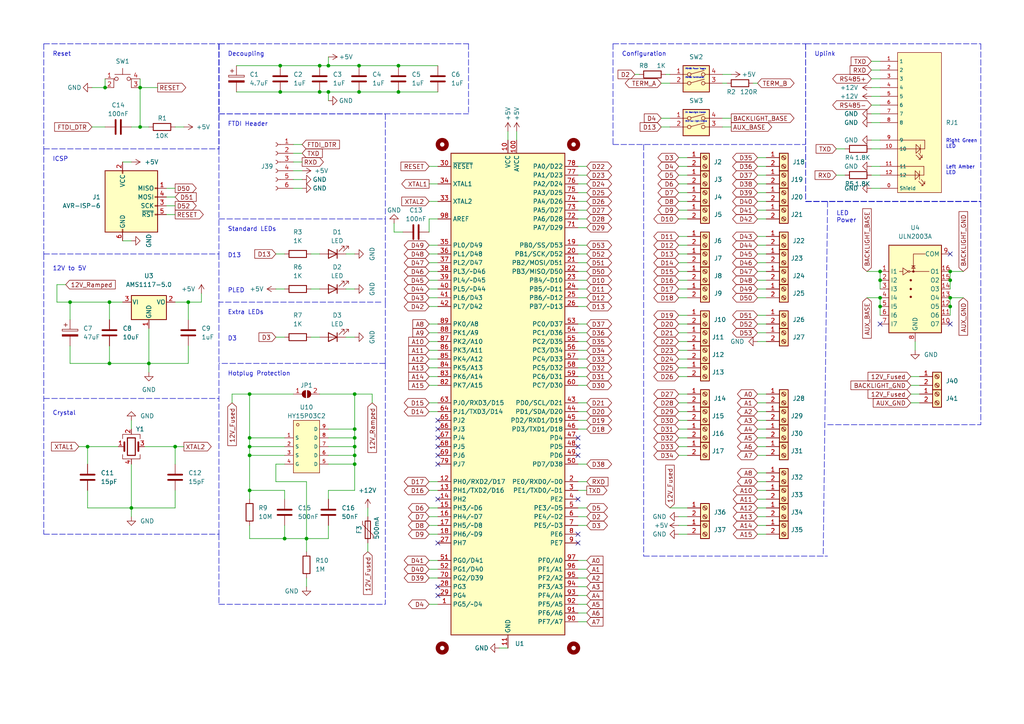
<source format=kicad_sch>
(kicad_sch (version 20211123) (generator eeschema)
  (paper "A4")
  (title_block (title "DCS-BIOS Mega Slave") (date "2022-08-29") (rev "1") (company "Maciej Swic"))
  (junction (at 81.28 19.05))
  (junction (at 255.27 86.36))
  (junction (at 30.48 25.4))
  (junction (at 102.87 127))
  (junction (at 275.59 81.28))
  (junction (at 171.45 -24.13))
  (junction (at 275.59 88.9))
  (junction (at 20.32 87.63))
  (junction (at 25.4 129.54))
  (junction (at 214.63 -16.51))
  (junction (at 104.14 19.05))
  (junction (at 102.87 114.3))
  (junction (at 102.87 124.46))
  (junction (at 43.18 105.41))
  (junction (at 171.45 -21.59))
  (junction (at 31.75 87.63))
  (junction (at 115.57 26.67))
  (junction (at 275.59 86.36))
  (junction (at 275.59 78.74))
  (junction (at 95.25 26.67))
  (junction (at 115.57 19.05))
  (junction (at 72.39 132.08))
  (junction (at 255.27 81.28))
  (junction (at 82.55 156.21))
  (junction (at 102.87 134.62))
  (junction (at 92.71 19.05))
  (junction (at 102.87 129.54))
  (junction (at 102.87 132.08))
  (junction (at 191.77 -21.59))
  (junction (at 255.27 88.9))
  (junction (at 181.61 -11.43))
  (junction (at 92.71 26.67))
  (junction (at 171.45 -26.67))
  (junction (at 72.39 114.3))
  (junction (at 191.77 -29.21))
  (junction (at 31.75 105.41))
  (junction (at 214.63 -34.29))
  (junction (at 181.61 -40.64))
  (junction (at 72.39 142.24))
  (junction (at 50.8 129.54))
  (junction (at 40.64 25.4))
  (junction (at 181.61 -39.37))
  (junction (at 88.9 156.21))
  (junction (at 104.14 26.67))
  (junction (at 72.39 127))
  (junction (at 171.45 -29.21))
  (junction (at 54.61 87.63))
  (junction (at 72.39 129.54))
  (junction (at 38.1 147.32))
  (junction (at 40.64 36.83))
  (junction (at 81.28 26.67))
  (junction (at 255.27 78.74))
  (junction (at 95.25 19.05))
  (no_connect (at 226.06 -17.78))
  (no_connect (at 167.64 129.54))
  (no_connect (at 167.64 132.08))
  (no_connect (at 167.64 127))
  (no_connect (at 255.27 93.98))
  (no_connect (at 127 127))
  (no_connect (at 127 129.54))
  (no_connect (at 127 132.08))
  (no_connect (at 127 134.62))
  (no_connect (at 167.64 144.78))
  (no_connect (at 167.64 154.94))
  (no_connect (at 167.64 157.48))
  (no_connect (at 127 144.78))
  (no_connect (at 127 121.92))
  (no_connect (at 127 124.46))
  (no_connect (at 226.06 -33.02))
  (no_connect (at 127 157.48))
  (no_connect (at 127 170.18))
  (no_connect (at 127 172.72))
  (no_connect (at 275.59 93.98))
  (no_connect (at 275.59 73.66))
  (polyline (pts (xy 177.8 12.7) (xy 177.8 41.91)))
  (polyline (pts (xy 135.89 12.7) (xy 135.89 33.02)))
  (wire (pts (xy 191.77 36.83) (xy 194.31 36.83)))
  (wire (pts (xy 43.18 95.25) (xy 43.18 105.41)))
  (wire (pts (xy 219.71 73.66) (xy 222.25 73.66)))
  (wire (pts (xy 226.06 -24.13) (xy 226.06 -20.32)))
  (wire (pts (xy 196.85 149.86) (xy 199.39 149.86)))
  (wire (pts (xy 219.71 116.84) (xy 222.25 116.84)))
  (wire (pts (xy 95.25 26.67) (xy 104.14 26.67)))
  (wire (pts (xy 251.46 86.36) (xy 255.27 86.36)))
  (wire (pts (xy 252.73 30.48) (xy 255.27 30.48)))
  (wire (pts (xy 102.87 132.08) (xy 102.87 129.54)))
  (polyline (pts (xy 63.5 33.02) (xy 135.89 33.02)))
  (wire (pts (xy 196.85 96.52) (xy 199.39 96.52)))
  (wire (pts (xy 26.67 36.83) (xy 30.48 36.83)))
  (polyline (pts (xy 186.69 41.91) (xy 186.69 161.29)))
  (wire (pts (xy 252.73 43.18) (xy 255.27 43.18)))
  (wire (pts (xy 20.32 105.41) (xy 31.75 105.41)))
  (wire (pts (xy 252.73 35.56) (xy 255.27 35.56)))
  (wire (pts (xy 255.27 81.28) (xy 255.27 83.82)))
  (wire (pts (xy 219.71 152.4) (xy 222.25 152.4)))
  (wire (pts (xy 82.55 129.54) (xy 72.39 129.54)))
  (wire (pts (xy 102.87 114.3) (xy 107.95 114.3)))
  (wire (pts (xy 72.39 132.08) (xy 72.39 142.24)))
  (wire (pts (xy 167.64 71.12) (xy 170.18 71.12)))
  (wire (pts (xy 127 111.76) (xy 124.46 111.76)))
  (wire (pts (xy 167.64 55.88) (xy 170.18 55.88)))
  (wire (pts (xy 40.64 25.4) (xy 40.64 36.83)))
  (wire (pts (xy 102.87 114.3) (xy 102.87 124.46)))
  (wire (pts (xy 275.59 88.9) (xy 275.59 91.44)))
  (wire (pts (xy 102.87 127) (xy 102.87 124.46)))
  (wire (pts (xy 124.46 162.56) (xy 127 162.56)))
  (wire (pts (xy 170.18 142.24) (xy 167.64 142.24)))
  (wire (pts (xy 219.71 96.52) (xy 222.25 96.52)))
  (wire (pts (xy 124.46 165.1) (xy 127 165.1)))
  (wire (pts (xy 31.75 87.63) (xy 31.75 92.71)))
  (wire (pts (xy 72.39 127) (xy 82.55 127)))
  (wire (pts (xy 40.64 22.86) (xy 40.64 25.4)))
  (wire (pts (xy 226.06 -30.48) (xy 226.06 -26.67)))
  (wire (pts (xy 20.32 87.63) (xy 20.32 92.71)))
  (wire (pts (xy 196.85 53.34) (xy 199.39 53.34)))
  (wire (pts (xy 167.64 88.9) (xy 170.18 88.9)))
  (wire (pts (xy 90.17 97.79) (xy 92.71 97.79)))
  (wire (pts (xy 181.61 -11.43) (xy 181.61 -8.89)))
  (wire (pts (xy 251.46 78.74) (xy 255.27 78.74)))
  (polyline (pts (xy 233.68 58.42) (xy 284.48 58.42)))
  (wire (pts (xy 167.64 165.1) (xy 170.18 165.1)))
  (polyline (pts (xy 63.5 12.7) (xy 63.5 33.02)))
  (wire (pts (xy 40.64 25.4) (xy 45.72 25.4)))
  (wire (pts (xy 167.64 81.28) (xy 170.18 81.28)))
  (wire (pts (xy 31.75 105.41) (xy 43.18 105.41)))
  (wire (pts (xy 26.67 25.4) (xy 30.48 25.4)))
  (polyline (pts (xy 63.5 154.94) (xy 63.5 175.26)))
  (wire (pts (xy 255.27 86.36) (xy 255.27 88.9)))
  (wire (pts (xy 167.64 86.36) (xy 170.18 86.36)))
  (wire (pts (xy 252.73 22.86) (xy 255.27 22.86)))
  (wire (pts (xy 95.25 124.46) (xy 102.87 124.46)))
  (wire (pts (xy 68.58 19.05) (xy 81.28 19.05)))
  (wire (pts (xy 25.4 142.24) (xy 25.4 147.32)))
  (wire (pts (xy 196.85 63.5) (xy 199.39 63.5)))
  (wire (pts (xy 48.26 57.15) (xy 50.8 57.15)))
  (polyline (pts (xy 63.5 12.7) (xy 135.89 12.7)))
  (wire (pts (xy 95.25 152.4) (xy 95.25 156.21)))
  (wire (pts (xy 219.71 137.16) (xy 222.25 137.16)))
  (polyline (pts (xy 233.68 12.7) (xy 233.68 58.42)))
  (wire (pts (xy 72.39 142.24) (xy 72.39 144.78)))
  (wire (pts (xy 170.18 147.32) (xy 167.64 147.32)))
  (polyline (pts (xy 63.5 12.7) (xy 63.5 43.18)))
  (polyline (pts (xy 284.48 58.42) (xy 284.48 123.19)))
  (wire (pts (xy 219.71 55.88) (xy 222.25 55.88)))
  (wire (pts (xy 104.14 26.67) (xy 115.57 26.67)))
  (wire (pts (xy 219.71 53.34) (xy 222.25 53.34)))
  (wire (pts (xy 58.42 85.09) (xy 58.42 87.63)))
  (wire (pts (xy 31.75 87.63) (xy 35.56 87.63)))
  (wire (pts (xy 124.46 154.94) (xy 127 154.94)))
  (wire (pts (xy 167.64 66.04) (xy 170.18 66.04)))
  (wire (pts (xy 87.63 49.53) (xy 85.09 49.53)))
  (wire (pts (xy 209.55 34.29) (xy 212.09 34.29)))
  (wire (pts (xy 219.71 132.08) (xy 222.25 132.08)))
  (polyline (pts (xy 111.76 33.02) (xy 111.76 63.5)))
  (wire (pts (xy 50.8 87.63) (xy 54.61 87.63)))
  (wire (pts (xy 81.28 26.67) (xy 92.71 26.67)))
  (wire (pts (xy 252.73 27.94) (xy 255.27 27.94)))
  (wire (pts (xy 80.01 83.82) (xy 82.55 83.82)))
  (wire (pts (xy 167.64 53.34) (xy 170.18 53.34)))
  (wire (pts (xy 16.51 82.55) (xy 19.05 82.55)))
  (wire (pts (xy 196.85 132.08) (xy 199.39 132.08)))
  (wire (pts (xy 82.55 132.08) (xy 72.39 132.08)))
  (wire (pts (xy 204.47 -21.59) (xy 204.47 -16.51)))
  (wire (pts (xy 196.85 83.82) (xy 199.39 83.82)))
  (wire (pts (xy 219.71 93.98) (xy 222.25 93.98)))
  (wire (pts (xy 50.8 147.32) (xy 38.1 147.32)))
  (wire (pts (xy 196.85 154.94) (xy 199.39 154.94)))
  (wire (pts (xy 124.46 167.64) (xy 127 167.64)))
  (wire (pts (xy 195.58 -40.64) (xy 198.12 -40.64)))
  (wire (pts (xy 54.61 87.63) (xy 54.61 92.71)))
  (wire (pts (xy 124.46 139.7) (xy 127 139.7)))
  (wire (pts (xy 196.85 86.36) (xy 199.39 86.36)))
  (wire (pts (xy 279.4 86.36) (xy 275.59 86.36)))
  (wire (pts (xy 255.27 88.9) (xy 255.27 91.44)))
  (wire (pts (xy 25.4 129.54) (xy 34.29 129.54)))
  (wire (pts (xy 196.85 91.44) (xy 199.39 91.44)))
  (wire (pts (xy 167.64 162.56) (xy 170.18 162.56)))
  (wire (pts (xy 102.87 129.54) (xy 102.87 127)))
  (polyline (pts (xy 63.5 33.02) (xy 111.76 33.02)))
  (wire (pts (xy 196.85 76.2) (xy 199.39 76.2)))
  (wire (pts (xy 196.85 119.38) (xy 199.39 119.38)))
  (polyline (pts (xy 177.8 12.7) (xy 233.68 12.7)))
  (polyline (pts (xy 12.7 119.38) (xy 12.7 154.94)))
  (wire (pts (xy 168.91 -26.67) (xy 171.45 -26.67)))
  (wire (pts (xy 124.46 149.86) (xy 127 149.86)))
  (wire (pts (xy 194.31 21.59) (xy 193.04 21.59)))
  (wire (pts (xy 196.85 114.3) (xy 199.39 114.3)))
  (wire (pts (xy 95.25 19.05) (xy 104.14 19.05)))
  (wire (pts (xy 196.85 129.54) (xy 199.39 129.54)))
  (wire (pts (xy 219.71 86.36) (xy 222.25 86.36)))
  (polyline (pts (xy 63.5 43.18) (xy 63.5 73.66)))
  (wire (pts (xy 196.85 106.68) (xy 199.39 106.68)))
  (wire (pts (xy 100.33 83.82) (xy 102.87 83.82)))
  (wire (pts (xy 38.1 36.83) (xy 40.64 36.83)))
  (wire (pts (xy 219.71 114.3) (xy 222.25 114.3)))
  (wire (pts (xy 167.64 101.6) (xy 170.18 101.6)))
  (wire (pts (xy 167.64 99.06) (xy 170.18 99.06)))
  (wire (pts (xy 209.55 36.83) (xy 212.09 36.83)))
  (wire (pts (xy 196.85 104.14) (xy 199.39 104.14)))
  (wire (pts (xy 40.64 36.83) (xy 43.18 36.83)))
  (wire (pts (xy 167.64 63.5) (xy 170.18 63.5)))
  (wire (pts (xy 252.73 40.64) (xy 255.27 40.64)))
  (wire (pts (xy 196.85 78.74) (xy 199.39 78.74)))
  (wire (pts (xy 88.9 139.7) (xy 88.9 156.21)))
  (wire (pts (xy 72.39 114.3) (xy 85.09 114.3)))
  (polyline (pts (xy 284.48 12.7) (xy 284.48 58.42)))
  (wire (pts (xy 167.64 60.96) (xy 170.18 60.96)))
  (polyline (pts (xy 240.03 123.19) (xy 284.48 123.19)))
  (wire (pts (xy 104.14 19.05) (xy 115.57 19.05)))
  (wire (pts (xy 275.59 86.36) (xy 275.59 88.9)))
  (wire (pts (xy 127 81.28) (xy 124.46 81.28)))
  (wire (pts (xy 196.85 68.58) (xy 199.39 68.58)))
  (wire (pts (xy 80.01 139.7) (xy 88.9 139.7)))
  (wire (pts (xy 255.27 78.74) (xy 255.27 81.28)))
  (wire (pts (xy 124.46 71.12) (xy 127 71.12)))
  (polyline (pts (xy 110.49 87.63) (xy 63.5 87.63)))
  (wire (pts (xy 87.63 41.91) (xy 85.09 41.91)))
  (wire (pts (xy 219.71 48.26) (xy 222.25 48.26)))
  (wire (pts (xy 252.73 20.32) (xy 255.27 20.32)))
  (wire (pts (xy 219.71 68.58) (xy 222.25 68.58)))
  (wire (pts (xy 181.61 -41.91) (xy 181.61 -40.64)))
  (wire (pts (xy 214.63 -16.51) (xy 226.06 -15.24)))
  (wire (pts (xy 54.61 105.41) (xy 54.61 100.33)))
  (wire (pts (xy 82.55 144.78) (xy 82.55 142.24)))
  (wire (pts (xy 219.71 63.5) (xy 222.25 63.5)))
  (wire (pts (xy 41.91 129.54) (xy 50.8 129.54)))
  (wire (pts (xy 279.4 78.74) (xy 275.59 78.74)))
  (wire (pts (xy 167.64 93.98) (xy 170.18 93.98)))
  (wire (pts (xy 196.85 45.72) (xy 199.39 45.72)))
  (wire (pts (xy 48.26 62.23) (xy 50.8 62.23)))
  (wire (pts (xy 31.75 105.41) (xy 31.75 100.33)))
  (wire (pts (xy 191.77 -29.21) (xy 196.85 -29.21)))
  (wire (pts (xy 196.85 116.84) (xy 199.39 116.84)))
  (wire (pts (xy 124.46 175.26) (xy 127 175.26)))
  (wire (pts (xy 184.15 21.59) (xy 185.42 21.59)))
  (polyline (pts (xy 233.68 58.42) (xy 284.48 58.42)))
  (wire (pts (xy 124.46 142.24) (xy 127 142.24)))
  (wire (pts (xy 219.71 127) (xy 222.25 127)))
  (wire (pts (xy 209.55 24.13) (xy 210.82 24.13)))
  (polyline (pts (xy 233.68 12.7) (xy 284.48 12.7)))
  (wire (pts (xy 80.01 97.79) (xy 82.55 97.79)))
  (wire (pts (xy 115.57 26.67) (xy 127 26.67)))
  (wire (pts (xy 255.27 -26.67) (xy 275.59 -26.67)))
  (wire (pts (xy 16.51 87.63) (xy 20.32 87.63)))
  (wire (pts (xy 127 63.5) (xy 124.46 63.5)))
  (wire (pts (xy 219.71 81.28) (xy 222.25 81.28)))
  (polyline (pts (xy 111.76 105.41) (xy 63.5 105.41)))
  (wire (pts (xy 95.25 16.51) (xy 95.25 19.05)))
  (wire (pts (xy 219.71 139.7) (xy 222.25 139.7)))
  (wire (pts (xy 196.85 55.88) (xy 199.39 55.88)))
  (wire (pts (xy 167.64 50.8) (xy 170.18 50.8)))
  (wire (pts (xy 90.17 73.66) (xy 92.71 73.66)))
  (wire (pts (xy 72.39 156.21) (xy 82.55 156.21)))
  (wire (pts (xy 95.25 134.62) (xy 102.87 134.62)))
  (wire (pts (xy 219.71 124.46) (xy 222.25 124.46)))
  (wire (pts (xy 196.85 50.8) (xy 199.39 50.8)))
  (wire (pts (xy 219.71 121.92) (xy 222.25 121.92)))
  (wire (pts (xy 127 76.2) (xy 124.46 76.2)))
  (wire (pts (xy 95.25 26.67) (xy 95.25 29.21)))
  (polyline (pts (xy 12.7 12.7) (xy 63.5 12.7)))
  (wire (pts (xy 50.8 129.54) (xy 53.34 129.54)))
  (wire (pts (xy 219.71 24.13) (xy 218.44 24.13)))
  (wire (pts (xy 87.63 46.99) (xy 85.09 46.99)))
  (wire (pts (xy 72.39 129.54) (xy 72.39 127)))
  (wire (pts (xy 102.87 142.24) (xy 102.87 134.62)))
  (wire (pts (xy 264.16 116.84) (xy 266.7 116.84)))
  (wire (pts (xy 191.77 -21.59) (xy 196.85 -21.59)))
  (wire (pts (xy 127 83.82) (xy 124.46 83.82)))
  (wire (pts (xy 252.73 33.02) (xy 255.27 33.02)))
  (wire (pts (xy 114.3 67.31) (xy 114.3 64.77)))
  (polyline (pts (xy 12.7 12.7) (xy 12.7 43.18)))
  (wire (pts (xy 16.51 82.55) (xy 16.51 87.63)))
  (wire (pts (xy 48.26 59.69) (xy 50.8 59.69)))
  (wire (pts (xy 124.46 119.38) (xy 127 119.38)))
  (wire (pts (xy 167.64 106.68) (xy 170.18 106.68)))
  (wire (pts (xy 127 78.74) (xy 124.46 78.74)))
  (wire (pts (xy 95.25 132.08) (xy 102.87 132.08)))
  (wire (pts (xy 196.85 152.4) (xy 199.39 152.4)))
  (polyline (pts (xy 12.7 73.66) (xy 12.7 119.38)))
  (wire (pts (xy 20.32 87.63) (xy 31.75 87.63)))
  (wire (pts (xy 266.7 -24.13) (xy 275.59 -24.13)))
  (wire (pts (xy 196.85 127) (xy 199.39 127)))
  (wire (pts (xy 87.63 52.07) (xy 85.09 52.07)))
  (wire (pts (xy 80.01 73.66) (xy 82.55 73.66)))
  (wire (pts (xy 167.64 121.92) (xy 170.18 121.92)))
  (wire (pts (xy 170.18 149.86) (xy 167.64 149.86)))
  (wire (pts (xy 256.54 -24.13) (xy 226.06 -24.13)))
  (wire (pts (xy 82.55 152.4) (xy 82.55 156.21)))
  (wire (pts (xy 100.33 73.66) (xy 102.87 73.66)))
  (wire (pts (xy 127 99.06) (xy 124.46 99.06)))
  (wire (pts (xy 219.71 144.78) (xy 222.25 144.78)))
  (wire (pts (xy 219.71 149.86) (xy 222.25 149.86)))
  (wire (pts (xy 124.46 53.34) (xy 127 53.34)))
  (wire (pts (xy 167.64 96.52) (xy 170.18 96.52)))
  (wire (pts (xy 124.46 58.42) (xy 127 58.42)))
  (wire (pts (xy 50.8 142.24) (xy 50.8 147.32)))
  (polyline (pts (xy 12.7 73.66) (xy 63.5 73.66)))
  (wire (pts (xy 87.63 54.61) (xy 85.09 54.61)))
  (wire (pts (xy 167.64 124.46) (xy 170.18 124.46)))
  (polyline (pts (xy 233.68 12.7) (xy 233.68 58.42)))
  (wire (pts (xy 124.46 73.66) (xy 127 73.66)))
  (wire (pts (xy 275.59 -24.13) (xy 275.59 -21.59)))
  (wire (pts (xy 252.73 17.78) (xy 255.27 17.78)))
  (wire (pts (xy 214.63 -34.29) (xy 226.06 -35.56)))
  (wire (pts (xy 30.48 22.86) (xy 30.48 25.4)))
  (wire (pts (xy 167.64 48.26) (xy 170.18 48.26)))
  (wire (pts (xy 252.73 48.26) (xy 255.27 48.26)))
  (polyline (pts (xy 233.68 58.42) (xy 284.48 58.42)))
  (wire (pts (xy 167.64 119.38) (xy 170.18 119.38)))
  (wire (pts (xy 43.18 105.41) (xy 54.61 105.41)))
  (wire (pts (xy 196.85 71.12) (xy 199.39 71.12)))
  (wire (pts (xy 167.64 170.18) (xy 170.18 170.18)))
  (wire (pts (xy 226.06 -26.67) (xy 245.11 -26.67)))
  (wire (pts (xy 147.32 38.1) (xy 147.32 40.64)))
  (wire (pts (xy 92.71 19.05) (xy 95.25 19.05)))
  (wire (pts (xy 43.18 105.41) (xy 43.18 107.95)))
  (wire (pts (xy 82.55 134.62) (xy 80.01 134.62)))
  (wire (pts (xy 219.71 142.24) (xy 222.25 142.24)))
  (wire (pts (xy 167.64 104.14) (xy 170.18 104.14)))
  (wire (pts (xy 219.71 91.44) (xy 222.25 91.44)))
  (wire (pts (xy 167.64 172.72) (xy 170.18 172.72)))
  (wire (pts (xy 170.18 152.4) (xy 167.64 152.4)))
  (wire (pts (xy 194.31 147.32) (xy 199.39 147.32)))
  (wire (pts (xy 90.17 83.82) (xy 92.71 83.82)))
  (wire (pts (xy 196.85 60.96) (xy 199.39 60.96)))
  (polyline (pts (xy 186.69 161.29) (xy 240.03 161.29)))
  (wire (pts (xy 219.71 45.72) (xy 222.25 45.72)))
  (wire (pts (xy 181.61 -40.64) (xy 181.61 -39.37)))
  (wire (pts (xy 196.85 81.28) (xy 199.39 81.28)))
  (wire (pts (xy 219.71 154.94) (xy 222.25 154.94)))
  (wire (pts (xy 264.16 109.22) (xy 266.7 109.22)))
  (wire (pts (xy 22.86 129.54) (xy 25.4 129.54)))
  (polyline (pts (xy 63.5 73.66) (xy 63.5 119.38)))
  (wire (pts (xy 88.9 156.21) (xy 88.9 160.02)))
  (wire (pts (xy 204.47 -34.29) (xy 214.63 -34.29)))
  (wire (pts (xy 196.85 121.92) (xy 199.39 121.92)))
  (wire (pts (xy 167.64 180.34) (xy 170.18 180.34)))
  (wire (pts (xy 38.1 147.32) (xy 38.1 149.86)))
  (wire (pts (xy 124.46 86.36) (xy 127 86.36)))
  (wire (pts (xy 167.64 134.62) (xy 170.18 134.62)))
  (wire (pts (xy 124.46 152.4) (xy 127 152.4)))
  (wire (pts (xy 219.71 58.42) (xy 222.25 58.42)))
  (wire (pts (xy 149.86 38.1) (xy 149.86 40.64)))
  (wire (pts (xy 95.25 142.24) (xy 102.87 142.24)))
  (polyline (pts (xy 63.5 119.38) (xy 63.5 154.94)))
  (wire (pts (xy 252.73 25.4) (xy 255.27 25.4)))
  (wire (pts (xy 88.9 170.18) (xy 88.9 167.64)))
  (wire (pts (xy 67.31 114.3) (xy 72.39 114.3)))
  (wire (pts (xy 48.26 54.61) (xy 50.8 54.61)))
  (wire (pts (xy 181.61 -8.89) (xy 184.15 -8.89)))
  (wire (pts (xy 264.16 111.76) (xy 266.7 111.76)))
  (wire (pts (xy 95.25 144.78) (xy 95.25 142.24)))
  (wire (pts (xy 115.57 19.05) (xy 127 19.05)))
  (wire (pts (xy 167.64 58.42) (xy 170.18 58.42)))
  (polyline (pts (xy 12.7 154.94) (xy 63.5 154.94)))
  (wire (pts (xy 168.91 -29.21) (xy 171.45 -29.21)))
  (wire (pts (xy 242.57 43.18) (xy 245.11 43.18)))
  (wire (pts (xy 191.77 24.13) (xy 194.31 24.13)))
  (wire (pts (xy 242.57 50.8) (xy 245.11 50.8)))
  (polyline (pts (xy 111.76 105.41) (xy 111.76 175.26)))
  (wire (pts (xy 92.71 114.3) (xy 102.87 114.3)))
  (wire (pts (xy 219.71 147.32) (xy 222.25 147.32)))
  (wire (pts (xy 127 101.6) (xy 124.46 101.6)))
  (wire (pts (xy 265.43 99.06) (xy 265.43 101.6)))
  (wire (pts (xy 124.46 147.32) (xy 127 147.32)))
  (wire (pts (xy 168.91 -21.59) (xy 171.45 -21.59)))
  (wire (pts (xy 127 104.14) (xy 124.46 104.14)))
  (wire (pts (xy 25.4 129.54) (xy 25.4 134.62)))
  (wire (pts (xy 167.64 78.74) (xy 170.18 78.74)))
  (wire (pts (xy 127 96.52) (xy 124.46 96.52)))
  (wire (pts (xy 127 109.22) (xy 124.46 109.22)))
  (wire (pts (xy 100.33 97.79) (xy 102.87 97.79)))
  (polyline (pts (xy 12.7 115.57) (xy 63.5 115.57)))
  (wire (pts (xy 80.01 134.62) (xy 80.01 139.7)))
  (wire (pts (xy 167.64 73.66) (xy 170.18 73.66)))
  (wire (pts (xy 170.18 139.7) (xy 167.64 139.7)))
  (wire (pts (xy 82.55 156.21) (xy 88.9 156.21)))
  (wire (pts (xy 127 93.98) (xy 124.46 93.98)))
  (wire (pts (xy 106.68 147.32) (xy 106.68 149.86)))
  (wire (pts (xy 124.46 63.5) (xy 124.46 67.31)))
  (wire (pts (xy 204.47 -16.51) (xy 214.63 -16.51)))
  (wire (pts (xy 127 106.68) (xy 124.46 106.68)))
  (polyline (pts (xy 12.7 43.18) (xy 63.5 43.18)))
  (wire (pts (xy 72.39 142.24) (xy 82.55 142.24)))
  (wire (pts (xy 167.64 76.2) (xy 170.18 76.2)))
  (wire (pts (xy 191.77 34.29) (xy 194.31 34.29)))
  (wire (pts (xy 124.46 88.9) (xy 127 88.9)))
  (wire (pts (xy 124.46 48.26) (xy 127 48.26)))
  (wire (pts (xy 35.56 69.85) (xy 38.1 69.85)))
  (polyline (pts (xy 12.7 43.18) (xy 12.7 73.66)))
  (wire (pts (xy 219.71 50.8) (xy 222.25 50.8)))
  (wire (pts (xy 219.71 99.06) (xy 222.25 99.06)))
  (wire (pts (xy 196.85 99.06) (xy 199.39 99.06)))
  (polyline (pts (xy 63.5 175.26) (xy 111.76 175.26)))
  (wire (pts (xy 38.1 121.92) (xy 38.1 124.46)))
  (wire (pts (xy 54.61 87.63) (xy 58.42 87.63)))
  (wire (pts (xy 106.68 157.48) (xy 106.68 160.02)))
  (wire (pts (xy 144.78 187.96) (xy 147.32 187.96)))
  (wire (pts (xy 219.71 78.74) (xy 222.25 78.74)))
  (wire (pts (xy 81.28 19.05) (xy 92.71 19.05)))
  (wire (pts (xy 167.64 116.84) (xy 170.18 116.84)))
  (polyline (pts (xy 177.8 41.91) (xy 233.68 41.91)))
  (polyline (pts (xy 240.03 58.42) (xy 238.76 161.29)))
  (wire (pts (xy 181.61 -40.64) (xy 187.96 -40.64)))
  (wire (pts (xy 196.85 93.98) (xy 199.39 93.98)))
  (wire (pts (xy 25.4 147.32) (xy 38.1 147.32)))
  (wire (pts (xy 219.71 60.96) (xy 222.25 60.96)))
  (wire (pts (xy 252.73 50.8) (xy 255.27 50.8)))
  (wire (pts (xy 219.71 71.12) (xy 222.25 71.12)))
  (wire (pts (xy 196.85 101.6) (xy 199.39 101.6)))
  (polyline (pts (xy 111.76 63.5) (xy 111.76 87.63)))
  (wire (pts (xy 50.8 129.54) (xy 50.8 134.62)))
  (wire (pts (xy 102.87 134.62) (xy 102.87 132.08)))
  (wire (pts (xy 20.32 100.33) (xy 20.32 105.41)))
  (wire (pts (xy 212.09 21.59) (xy 209.55 21.59)))
  (wire (pts (xy 116.84 67.31) (xy 114.3 67.31)))
  (wire (pts (xy 167.64 175.26) (xy 170.18 175.26)))
  (wire (pts (xy 196.85 124.46) (xy 199.39 124.46)))
  (wire (pts (xy 219.71 119.38) (xy 222.25 119.38)))
  (wire (pts (xy 167.64 177.8) (xy 170.18 177.8)))
  (wire (pts (xy 171.45 -26.67) (xy 171.45 -24.13)))
  (wire (pts (xy 196.85 109.22) (xy 199.39 109.22)))
  (wire (pts (xy 196.85 73.66) (xy 199.39 73.66)))
  (wire (pts (xy 275.59 78.74) (xy 275.59 81.28)))
  (wire (pts (xy 124.46 116.84) (xy 127 116.84)))
  (wire (pts (xy 196.85 58.42) (xy 199.39 58.42)))
  (wire (pts (xy 68.58 26.67) (xy 81.28 26.67)))
  (wire (pts (xy 219.71 83.82) (xy 222.25 83.82)))
  (wire (pts (xy 53.34 36.83) (xy 50.8 36.83)))
  (wire (pts (xy 167.64 111.76) (xy 170.18 111.76)))
  (wire (pts (xy 95.25 156.21) (xy 88.9 156.21)))
  (wire (pts (xy 72.39 132.08) (xy 72.39 129.54)))
  (wire (pts (xy 95.25 129.54) (xy 102.87 129.54)))
  (wire (pts (xy 219.71 76.2) (xy 222.25 76.2)))
  (wire (pts (xy 38.1 134.62) (xy 38.1 147.32)))
  (wire (pts (xy 87.63 44.45) (xy 85.09 44.45)))
  (wire (pts (xy 218.44 -25.4) (xy 220.98 -25.4)))
  (polyline (pts (xy 63.5 63.5) (xy 111.76 63.5)))
  (wire (pts (xy 264.16 114.3) (xy 266.7 114.3)))
  (wire (pts (xy 167.64 83.82) (xy 170.18 83.82)))
  (wire (pts (xy 275.59 -26.67) (xy 275.59 -29.21)))
  (wire (pts (xy 167.64 167.64) (xy 170.18 167.64)))
  (wire (pts (xy 219.71 129.54) (xy 222.25 129.54)))
  (wire (pts (xy 196.85 48.26) (xy 199.39 48.26)))
  (polyline (pts (xy 111.76 87.63) (xy 111.76 105.41)))
  (wire (pts (xy 92.71 26.67) (xy 95.25 26.67)))
  (wire (pts (xy 167.64 109.22) (xy 170.18 109.22)))
  (wire (pts (xy 67.31 116.84) (xy 67.31 114.3)))
  (wire (pts (xy 95.25 127) (xy 102.87 127)))
  (wire (pts (xy 204.47 -29.21) (xy 204.47 -34.29)))
  (wire (pts (xy 107.95 114.3) (xy 107.95 116.84)))
  (wire (pts (xy 275.59 81.28) (xy 275.59 83.82)))
  (polyline (pts (xy 63.5 12.7) (xy 63.5 43.18)))
  (wire (pts (xy 38.1 46.99) (xy 35.56 46.99)))
  (wire (pts (xy 72.39 114.3) (xy 72.39 127)))
  (wire (pts (xy 252.73 54.61) (xy 255.27 54.61)))
  (wire (pts (xy 72.39 152.4) (xy 72.39 156.21)))
  (text "RS485" (at 161.29 -46.99 0) (effects (font (size 1.27 1.27)) (justify left bottom)))
  (text "Reset" (at 15.24 16.51 0) (effects (font (size 1.27 1.27)) (justify left bottom)))
  (text "Hotplug Protection" (at 66.04 109.22 0) (effects (font (size 1.27 1.27)) (justify left bottom)))
  (text "LED\nPower" (at 242.57 64.77 0) (effects (font (size 1.27 1.27)) (justify left bottom)))
  (text "D3" (at 66.04 99.06 0) (effects (font (size 1.27 1.27)) (justify left bottom)))
  (text "Right Green\nLED" (at 274.32 43.18 0) (effects (font (size 1.016 1.016)) (justify left bottom)))
  (text "Configuration" (at 180.34 16.51 0) (effects (font (size 1.27 1.27)) (justify left bottom)))
  (text "Crystal" (at 15.24 120.65 0) (effects (font (size 1.27 1.27)) (justify left bottom)))
  (text "Standard LEDs" (at 66.04 67.31 0) (effects (font (size 1.27 1.27)) (justify left bottom)))
  (text "Decoupling" (at 66.04 16.51 0) (effects (font (size 1.27 1.27)) (justify left bottom)))
  (text "Left Amber\nLED" (at 274.32 50.8 0) (effects (font (size 1.016 1.016)) (justify left bottom)))
  (text "RS485 Termination" (at 198.755 22.86 0) (effects (font (size 0.381 0.381)) (justify left bottom)))
  (text "Extra LEDs" (at 66.04 91.44 0) (effects (font (size 1.27 1.27)) (justify left bottom)))
  (text "D4 Backlight Enable" (at 198.755 33.02 0) (effects (font (size 0.381 0.381)) (justify left bottom)))
  (text "12V to 5V" (at 15.24 78.74 0) (effects (font (size 1.27 1.27)) (justify left bottom)))
  (text "RS485 Power Toggle" (at 198.755 20.32 0) (effects (font (size 0.381 0.381)) (justify left bottom)))
  (text "Uplink" (at 236.22 16.51 0) (effects (font (size 1.27 1.27)) (justify left bottom)))
  (text "D13 Aux Light Enable" (at 198.755 35.56 0) (effects (font (size 0.381 0.381)) (justify left bottom)))
  (text "D13" (at 66.04 74.93 0) (effects (font (size 1.27 1.27)) (justify left bottom)))
  (text "FTDI Header" (at 66.04 36.83 0) (effects (font (size 1.27 1.27)) (justify left bottom)))
  (text "ICSP" (at 15.24 46.99 0) (effects (font (size 1.27 1.27)) (justify left bottom)))
  (text "PLED" (at 66.04 85.09 0) (effects (font (size 1.27 1.27)) (justify left bottom)))
  (label "TERM_A" (at 194.31 -21.59 270))
  (label "TERM_B" (at 194.31 -29.21 90))
  (global_label "D34" (shape bidirectional) (at 170.18 101.6 0) (property "Intersheet References" "${INTERSHEET_REFS}" (effects hide)))
  (global_label "A12" (shape input) (at 124.46 104.14 180) (property "Intersheet References" "${INTERSHEET_REFS}" (effects hide)))
  (global_label "D12" (shape bidirectional) (at 196.85 71.12 180) (property "Intersheet References" "${INTERSHEET_REFS}" (effects hide)))
  (global_label "D31" (shape bidirectional) (at 196.85 124.46 180) (property "Intersheet References" "${INTERSHEET_REFS}" (effects hide)))
  (global_label "RXD" (shape output) (at 168.91 -29.21 180) (property "Intersheet References" "${INTERSHEET_REFS}" (effects hide)))
  (global_label "RXD" (shape input) (at 242.57 50.8 180) (property "Intersheet References" "${INTERSHEET_REFS}" (effects hide)))
  (global_label "XTAL1" (shape input) (at 22.86 129.54 180) (property "Intersheet References" "${INTERSHEET_REFS}" (effects hide)))
  (global_label "D13" (shape bidirectional) (at 196.85 73.66 180) (property "Intersheet References" "${INTERSHEET_REFS}" (effects hide)))
  (global_label "D13" (shape input) (at 80.01 73.66 180) (property "Intersheet References" "${INTERSHEET_REFS}" (effects hide)))
  (global_label "A2" (shape input) (at 170.18 167.64 0) (property "Intersheet References" "${INTERSHEET_REFS}" (effects hide)))
  (global_label "D28" (shape bidirectional) (at 196.85 116.84 180) (property "Intersheet References" "${INTERSHEET_REFS}" (effects hide)))
  (global_label "A9" (shape input) (at 124.46 96.52 180) (property "Intersheet References" "${INTERSHEET_REFS}" (effects hide)))
  (global_label "A11" (shape bidirectional) (at 219.71 144.78 180) (property "Intersheet References" "${INTERSHEET_REFS}" (effects hide)))
  (global_label "A6" (shape bidirectional) (at 219.71 129.54 180) (property "Intersheet References" "${INTERSHEET_REFS}" (effects hide)))
  (global_label "A3" (shape input) (at 170.18 170.18 0) (property "Intersheet References" "${INTERSHEET_REFS}" (effects hide)))
  (global_label "D7" (shape bidirectional) (at 124.46 149.86 180) (property "Intersheet References" "${INTERSHEET_REFS}" (effects hide)))
  (global_label "A7" (shape bidirectional) (at 219.71 132.08 180) (property "Intersheet References" "${INTERSHEET_REFS}" (effects hide)))
  (global_label "D25" (shape bidirectional) (at 170.18 55.88 0) (property "Intersheet References" "${INTERSHEET_REFS}" (effects hide)))
  (global_label "D36" (shape bidirectional) (at 170.18 96.52 0) (property "Intersheet References" "${INTERSHEET_REFS}" (effects hide)))
  (global_label "AUX_GND" (shape input) (at 264.16 116.84 180) (property "Intersheet References" "${INTERSHEET_REFS}" (effects hide)))
  (global_label "12V_Fused" (shape input) (at 67.31 116.84 270) (property "Intersheet References" "${INTERSHEET_REFS}" (effects hide)))
  (global_label "D21" (shape bidirectional) (at 170.18 116.84 0) (property "Intersheet References" "${INTERSHEET_REFS}" (effects hide)))
  (global_label "D27" (shape bidirectional) (at 196.85 114.3 180) (property "Intersheet References" "${INTERSHEET_REFS}" (effects hide)))
  (global_label "D53" (shape bidirectional) (at 170.18 71.12 0) (property "Intersheet References" "${INTERSHEET_REFS}" (effects hide)))
  (global_label "A8" (shape input) (at 124.46 93.98 180) (property "Intersheet References" "${INTERSHEET_REFS}" (effects hide)))
  (global_label "A14" (shape bidirectional) (at 219.71 152.4 180) (property "Intersheet References" "${INTERSHEET_REFS}" (effects hide)))
  (global_label "D46" (shape bidirectional) (at 124.46 78.74 180) (property "Intersheet References" "${INTERSHEET_REFS}" (effects hide)))
  (global_label "D44" (shape bidirectional) (at 219.71 71.12 180) (property "Intersheet References" "${INTERSHEET_REFS}" (effects hide)))
  (global_label "AUX_GND" (shape input) (at 279.4 86.36 270) (property "Intersheet References" "${INTERSHEET_REFS}" (effects hide)))
  (global_label "A5" (shape bidirectional) (at 219.71 127 180) (property "Intersheet References" "${INTERSHEET_REFS}" (effects hide)))
  (global_label "D15" (shape bidirectional) (at 124.46 116.84 180) (property "Intersheet References" "${INTERSHEET_REFS}" (effects hide)))
  (global_label "A13" (shape input) (at 124.46 106.68 180) (property "Intersheet References" "${INTERSHEET_REFS}" (effects hide)))
  (global_label "D47" (shape bidirectional) (at 219.71 78.74 180) (property "Intersheet References" "${INTERSHEET_REFS}" (effects hide)))
  (global_label "BACKLIGHT_GND" (shape input) (at 279.4 78.74 90) (property "Intersheet References" "${INTERSHEET_REFS}" (effects hide)))
  (global_label "TXD" (shape input) (at 252.73 17.78 180) (property "Intersheet References" "${INTERSHEET_REFS}" (effects hide)))
  (global_label "D50" (shape bidirectional) (at 219.71 86.36 180) (property "Intersheet References" "${INTERSHEET_REFS}" (effects hide)))
  (global_label "D33" (shape bidirectional) (at 170.18 104.14 0) (property "Intersheet References" "${INTERSHEET_REFS}" (effects hide)))
  (global_label "D52" (shape bidirectional) (at 219.71 93.98 180) (property "Intersheet References" "${INTERSHEET_REFS}" (effects hide)))
  (global_label "A15" (shape input) (at 124.46 111.76 180) (property "Intersheet References" "${INTERSHEET_REFS}" (effects hide)))
  (global_label "TXD" (shape input) (at 168.91 -21.59 180) (property "Intersheet References" "${INTERSHEET_REFS}" (effects hide)))
  (global_label "D40" (shape bidirectional) (at 219.71 58.42 180) (property "Intersheet References" "${INTERSHEET_REFS}" (effects hide)))
  (global_label "12V_Fused" (shape input) (at 264.16 109.22 180) (property "Intersheet References" "${INTERSHEET_REFS}" (effects hide)))
  (global_label "TXD" (shape output) (at 170.18 142.24 0) (property "Intersheet References" "${INTERSHEET_REFS}" (effects hide)))
  (global_label "A2" (shape bidirectional) (at 219.71 119.38 180) (property "Intersheet References" "${INTERSHEET_REFS}" (effects hide)))
  (global_label "RESET" (shape output) (at 45.72 25.4 0) (property "Intersheet References" "${INTERSHEET_REFS}" (effects hide)))
  (global_label "12V_Ramped" (shape input) (at 19.05 82.55 0) (property "Intersheet References" "${INTERSHEET_REFS}" (effects hide)))
  (global_label "D53" (shape bidirectional) (at 219.71 96.52 180) (property "Intersheet References" "${INTERSHEET_REFS}" (effects hide)))
  (global_label "TXD" (shape input) (at 242.57 43.18 180) (property "Intersheet References" "${INTERSHEET_REFS}" (effects hide)))
  (global_label "RXD" (shape input) (at 252.73 20.32 180) (property "Intersheet References" "${INTERSHEET_REFS}" (effects hide)))
  (global_label "D51" (shape input) (at 50.8 57.15 0) (property "Intersheet References" "${INTERSHEET_REFS}" (effects hide)))
  (global_label "D29" (shape bidirectional) (at 196.85 119.38 180) (property "Intersheet References" "${INTERSHEET_REFS}" (effects hide)))
  (global_label "A7" (shape input) (at 170.18 180.34 0) (property "Intersheet References" "${INTERSHEET_REFS}" (effects hide)))
  (global_label "D24" (shape bidirectional) (at 170.18 53.34 0) (property "Intersheet References" "${INTERSHEET_REFS}" (effects hide)))
  (global_label "D14" (shape bidirectional) (at 196.85 76.2 180) (property "Intersheet References" "${INTERSHEET_REFS}" (effects hide)))
  (global_label "D52" (shape output) (at 50.8 59.69 0) (property "Intersheet References" "${INTERSHEET_REFS}" (effects hide)))
  (global_label "A4" (shape bidirectional) (at 219.71 124.46 180) (property "Intersheet References" "${INTERSHEET_REFS}" (effects hide)))
  (global_label "12V_Fused" (shape input) (at 264.16 114.3 180) (property "Intersheet References" "${INTERSHEET_REFS}" (effects hide)))
  (global_label "D39" (shape bidirectional) (at 219.71 55.88 180) (property "Intersheet References" "${INTERSHEET_REFS}" (effects hide)))
  (global_label "D38" (shape bidirectional) (at 170.18 134.62 0) (property "Intersheet References" "${INTERSHEET_REFS}" (effects hide)))
  (global_label "D13" (shape input) (at 191.77 36.83 180) (property "Intersheet References" "${INTERSHEET_REFS}" (effects hide)))
  (global_label "A6" (shape input) (at 170.18 177.8 0) (property "Intersheet References" "${INTERSHEET_REFS}" (effects hide)))
  (global_label "D46" (shape bidirectional) (at 219.71 76.2 180) (property "Intersheet References" "${INTERSHEET_REFS}" (effects hide)))
  (global_label "AUX_BASE" (shape input) (at 251.46 86.36 270) (property "Intersheet References" "${INTERSHEET_REFS}" (effects hide)))
  (global_label "D26" (shape bidirectional) (at 170.18 58.42 0) (property "Intersheet References" "${INTERSHEET_REFS}" (effects hide)))
  (global_label "XTAL1" (shape output) (at 124.46 53.34 180) (property "Intersheet References" "${INTERSHEET_REFS}" (effects hide)))
  (global_label "D51" (shape bidirectional) (at 219.71 91.44 180) (property "Intersheet References" "${INTERSHEET_REFS}" (effects hide)))
  (global_label "A1" (shape input) (at 170.18 165.1 0) (property "Intersheet References" "${INTERSHEET_REFS}" (effects hide)))
  (global_label "D8" (shape bidirectional) (at 124.46 152.4 180) (property "Intersheet References" "${INTERSHEET_REFS}" (effects hide)))
  (global_label "D10" (shape bidirectional) (at 196.85 63.5 180) (property "Intersheet References" "${INTERSHEET_REFS}" (effects hide)))
  (global_label "D17" (shape bidirectional) (at 124.46 139.7 180) (property "Intersheet References" "${INTERSHEET_REFS}" (effects hide)))
  (global_label "D35" (shape bidirectional) (at 170.18 99.06 0) (property "Intersheet References" "${INTERSHEET_REFS}" (effects hide)))
  (global_label "D23" (shape bidirectional) (at 196.85 101.6 180) (property "Intersheet References" "${INTERSHEET_REFS}" (effects hide)))
  (global_label "D48" (shape bidirectional) (at 219.71 81.28 180) (property "Intersheet References" "${INTERSHEET_REFS}" (effects hide)))
  (global_label "A10" (shape input) (at 124.46 99.06 180) (property "Intersheet References" "${INTERSHEET_REFS}" (effects hide)))
  (global_label "XTAL2" (shape output) (at 53.34 129.54 0) (property "Intersheet References" "${INTERSHEET_REFS}" (effects hide)))
  (global_label "D30" (shape bidirectional) (at 196.85 121.92 180) (property "Intersheet References" "${INTERSHEET_REFS}" (effects hide)))
  (global_label "D28" (shape bidirectional) (at 170.18 63.5 0) (property "Intersheet References" "${INTERSHEET_REFS}" (effects hide)))
  (global_label "D52" (shape bidirectional) (at 170.18 73.66 0) (property "Intersheet References" "${INTERSHEET_REFS}" (effects hide)))
  (global_label "D42" (shape bidirectional) (at 219.71 63.5 180) (property "Intersheet References" "${INTERSHEET_REFS}" (effects hide)))
  (global_label "TERM_B" (shape bidirectional) (at 219.71 24.13 0) (property "Intersheet References" "${INTERSHEET_REFS}" (effects hide)))
  (global_label "D5" (shape bidirectional) (at 170.18 147.32 0) (property "Intersheet References" "${INTERSHEET_REFS}" (effects hide)))
  (global_label "D25" (shape bidirectional) (at 196.85 106.68 180) (property "Intersheet References" "${INTERSHEET_REFS}" (effects hide)))
  (global_label "D32" (shape bidirectional) (at 170.18 106.68 0) (property "Intersheet References" "${INTERSHEET_REFS}" (effects hide)))
  (global_label "12V_Fused" (shape input) (at 106.68 160.02 270) (property "Intersheet References" "${INTERSHEET_REFS}" (effects hide)))
  (global_label "A0" (shape input) (at 170.18 162.56 0) (property "Intersheet References" "${INTERSHEET_REFS}" (effects hide)))
  (global_label "D9" (shape bidirectional) (at 124.46 154.94 180) (property "Intersheet References" "${INTERSHEET_REFS}" (effects hide)))
  (global_label "D4" (shape input) (at 191.77 34.29 180) (property "Intersheet References" "${INTERSHEET_REFS}" (effects hide)))
  (global_label "TERM_A" (shape bidirectional) (at 191.77 24.13 180) (property "Intersheet References" "${INTERSHEET_REFS}" (effects hide)))
  (global_label "FTDI_DTR" (shape input) (at 26.67 36.83 180) (property "Intersheet References" "${INTERSHEET_REFS}" (effects hide)))
  (global_label "D6" (shape bidirectional) (at 196.85 53.34 180) (property "Intersheet References" "${INTERSHEET_REFS}" (effects hide)))
  (global_label "D49" (shape bidirectional) (at 219.71 83.82 180) (property "Intersheet References" "${INTERSHEET_REFS}" (effects hide)))
  (global_label "RS485+" (shape bidirectional) (at 275.59 -21.59 270) (property "Intersheet References" "${INTERSHEET_REFS}" (effects hide)))
  (global_label "D33" (shape bidirectional) (at 196.85 129.54 180) (property "Intersheet References" "${INTERSHEET_REFS}" (effects hide)))
  (global_label "RS485-" (shape bidirectional) (at 252.73 30.48 180) (property "Intersheet References" "${INTERSHEET_REFS}" (effects hide)))
  (global_label "TXD" (shape input) (at 87.63 44.45 0) (property "Intersheet References" "${INTERSHEET_REFS}" (effects hide)))
  (global_label "D19" (shape bidirectional) (at 170.18 121.92 0) (property "Intersheet References" "${INTERSHEET_REFS}" (effects hide)))
  (global_label "D4" (shape bidirectional) (at 124.46 175.26 180) (property "Intersheet References" "${INTERSHEET_REFS}" (effects hide)))
  (global_label "RXD" (shape input) (at 170.18 139.7 0) (property "Intersheet References" "${INTERSHEET_REFS}" (effects hide)))
  (global_label "A10" (shape bidirectional) (at 219.71 142.24 180) (property "Intersheet References" "${INTERSHEET_REFS}" (effects hide)))
  (global_label "D13" (shape bidirectional) (at 170.18 88.9 0) (property "Intersheet References" "${INTERSHEET_REFS}" (effects hide)))
  (global_label "D29" (shape bidirectional) (at 170.18 66.04 0) (property "Intersheet References" "${INTERSHEET_REFS}" (effects hide)))
  (global_label "D18" (shape bidirectional) (at 196.85 86.36 180) (property "Intersheet References" "${INTERSHEET_REFS}" (effects hide)))
  (global_label "D20" (shape bidirectional) (at 196.85 93.98 180) (property "Intersheet References" "${INTERSHEET_REFS}" (effects hide)))
  (global_label "D38" (shape bidirectional) (at 219.71 53.34 180) (property "Intersheet References" "${INTERSHEET_REFS}" (effects hide)))
  (global_label "D43" (shape bidirectional) (at 219.71 68.58 180) (property "Intersheet References" "${INTERSHEET_REFS}" (effects hide)))
  (global_label "D24" (shape bidirectional) (at 196.85 104.14 180) (property "Intersheet References" "${INTERSHEET_REFS}" (effects hide)))
  (global_label "D6" (shape bidirectional) (at 124.46 147.32 180) (property "Intersheet References" "${INTERSHEET_REFS}" (effects hide)))
  (global_label "D2" (shape input) (at 168.91 -26.67 180) (property "Intersheet References" "${INTERSHEET_REFS}" (effects hide)))
  (global_label "D12" (shape bidirectional) (at 170.18 86.36 0) (property "Intersheet References" "${INTERSHEET_REFS}" (effects hide)))
  (global_label "D5" (shape bidirectional) (at 196.85 50.8 180) (property "Intersheet References" "${INTERSHEET_REFS}" (effects hide)))
  (global_label "A1" (shape bidirectional) (at 219.71 116.84 180) (property "Intersheet References" "${INTERSHEET_REFS}" (effects hide)))
  (global_label "D3" (shape input) (at 80.01 97.79 180) (property "Intersheet References" "${INTERSHEET_REFS}" (effects hide)))
  (global_label "RESET" (shape input) (at 124.46 48.26 180) (property "Intersheet References" "${INTERSHEET_REFS}" (effects hide)))
  (global_label "D50" (shape bidirectional) (at 170.18 78.74 0) (property "Intersheet References" "${INTERSHEET_REFS}" (effects hide)))
  (global_label "D23" (shape bidirectional) (at 170.18 50.8 0) (property "Intersheet References" "${INTERSHEET_REFS}" (effects hide)))
  (global_label "D9" (shape bidirectional) (at 196.85 60.96 180) (property "Intersheet References" "${INTERSHEET_REFS}" (effects hide)))
  (global_label "D47" (shape bidirectional) (at 124.46 76.2 180) (property "Intersheet References" "${INTERSHEET_REFS}" (effects hide)))
  (global_label "AUX_BASE" (shape output) (at 212.09 36.83 0) (property "Intersheet References" "${INTERSHEET_REFS}" (effects hide)))
  (global_label "BACKLIGHT_BASE" (shape output) (at 212.09 34.29 0) (property "Intersheet References" "${INTERSHEET_REFS}" (effects hide)))
  (global_label "D2" (shape bidirectional) (at 170.18 149.86 0) (property "Intersheet References" "${INTERSHEET_REFS}" (effects hide)))
  (global_label "D19" (shape bidirectional) (at 196.85 91.44 180) (property "Intersheet References" "${INTERSHEET_REFS}" (effects hide)))
  (global_label "D49" (shape bidirectional) (at 124.46 71.12 180) (property "Intersheet References" "${INTERSHEET_REFS}" (effects hide)))
  (global_label "A15" (shape bidirectional) (at 219.71 154.94 180) (property "Intersheet References" "${INTERSHEET_REFS}" (effects hide)))
  (global_label "D39" (shape bidirectional) (at 124.46 167.64 180) (property "Intersheet References" "${INTERSHEET_REFS}" (effects hide)))
  (global_label "BACKLIGHT_BASE" (shape input) (at 251.46 78.74 90) (property "Intersheet References" "${INTERSHEET_REFS}" (effects hide)))
  (global_label "D32" (shape bidirectional) (at 196.85 127 180) (property "Intersheet References" "${INTERSHEET_REFS}" (effects hide)))
  (global_label "D26" (shape bidirectional) (at 196.85 109.22 180) (property "Intersheet References" "${INTERSHEET_REFS}" (effects hide)))
  (global_label "D18" (shape bidirectional) (at 170.18 124.46 0) (property "Intersheet References" "${INTERSHEET_REFS}" (effects hide)))
  (global_label "RXD" (shape output) (at 87.63 46.99 0) (property "Intersheet References" "${INTERSHEET_REFS}" (effects hide)))
  (global_label "D7" (shape bidirectional) (at 196.85 55.88 180) (property "Intersheet References" "${INTERSHEET_REFS}" (effects hide)))
  (global_label "D4" (shape bidirectional) (at 196.85 48.26 180) (property "Intersheet References" "${INTERSHEET_REFS}" (effects hide)))
  (global_label "RESET" (shape output) (at 50.8 62.23 0) (property "Intersheet References" "${INTERSHEET_REFS}" (effects hide)))
  (global_label "D51" (shape bidirectional) (at 170.18 76.2 0) (property "Intersheet References" "${INTERSHEET_REFS}" (effects hide)))
  (global_label "D30" (shape bidirectional) (at 170.18 111.76 0) (property "Intersheet References" "${INTERSHEET_REFS}" (effects hide)))
  (global_label "D3" (shape bidirectional) (at 170.18 152.4 0) (property "Intersheet References" "${INTERSHEET_REFS}" (effects hide)))
  (global_label "D41" (shape bidirectional) (at 124.46 162.56 180) (property "Intersheet References" "${INTERSHEET_REFS}" (effects hide)))
  (global_label "D48" (shape bidirectional) (at 124.46 73.66 180) (property "Intersheet References" "${INTERSHEET_REFS}" (effects hide)))
  (global_label "D15" (shape bidirectional) (at 196.85 78.74 180) (property "Intersheet References" "${INTERSHEET_REFS}" (effects hide)))
  (global_label "D43" (shape bidirectional) (at 124.46 86.36 180) (property "Intersheet References" "${INTERSHEET_REFS}" (effects hide)))
  (global_label "D3" (shape bidirectional) (at 196.85 45.72 180) (property "Intersheet References" "${INTERSHEET_REFS}" (effects hide)))
  (global_label "D35" (shape bidirectional) (at 219.71 45.72 180) (property "Intersheet References" "${INTERSHEET_REFS}" (effects hide)))
  (global_label "D14" (shape bidirectional) (at 124.46 119.38 180) (property "Intersheet References" "${INTERSHEET_REFS}" (effects hide)))
  (global_label "A11" (shape input) (at 124.46 101.6 180) (property "Intersheet References" "${INTERSHEET_REFS}" (effects hide)))
  (global_label "BACKLIGHT_GND" (shape input) (at 264.16 111.76 180) (property "Intersheet References" "${INTERSHEET_REFS}" (effects hide)))
  (global_label "D44" (shape bidirectional) (at 124.46 83.82 180) (property "Intersheet References" "${INTERSHEET_REFS}" (effects hide)))
  (global_label "D2" (shape input) (at 184.15 21.59 180) (property "Intersheet References" "${INTERSHEET_REFS}" (effects hide)))
  (global_label "D22" (shape bidirectional) (at 170.18 48.26 0) (property "Intersheet References" "${INTERSHEET_REFS}" (effects hide)))
  (global_label "D20" (shape bidirectional) (at 170.18 119.38 0) (property "Intersheet References" "${INTERSHEET_REFS}" (effects hide)))
  (global_label "D36" (shape bidirectional) (at 219.71 48.26 180) (property "Intersheet References" "${INTERSHEET_REFS}" (effects hide)))
  (global_label "XTAL2" (shape input) (at 124.46 58.42 180) (property "Intersheet References" "${INTERSHEET_REFS}" (effects hide)))
  (global_label "A13" (shape bidirectional) (at 219.71 149.86 180) (property "Intersheet References" "${INTERSHEET_REFS}" (effects hide)))
  (global_label "RS485-" (shape bidirectional) (at 275.59 -29.21 90) (property "Intersheet References" "${INTERSHEET_REFS}" (effects hide)))
  (global_label "D11" (shape bidirectional) (at 170.18 83.82 0) (property "Intersheet References" "${INTERSHEET_REFS}" (effects hide)))
  (global_label "D45" (shape bidirectional) (at 124.46 81.28 180) (property "Intersheet References" "${INTERSHEET_REFS}" (effects hide)))
  (global_label "D34" (shape bidirectional) (at 196.85 132.08 180) (property "Intersheet References" "${INTERSHEET_REFS}" (effects hide)))
  (global_label "12V_Ramped" (shape input) (at 107.95 116.84 270) (property "Intersheet References" "${INTERSHEET_REFS}" (effects hide)))
  (global_label "D8" (shape bidirectional) (at 196.85 58.42 180) (property "Intersheet References" "${INTERSHEET_REFS}" (effects hide)))
  (global_label "D40" (shape bidirectional) (at 124.46 165.1 180) (property "Intersheet References" "${INTERSHEET_REFS}" (effects hide)))
  (global_label "A4" (shape input) (at 170.18 172.72 0) (property "Intersheet References" "${INTERSHEET_REFS}" (effects hide)))
  (global_label "D31" (shape bidirectional) (at 170.18 109.22 0) (property "Intersheet References" "${INTERSHEET_REFS}" (effects hide)))
  (global_label "D11" (shape bidirectional) (at 196.85 68.58 180) (property "Intersheet References" "${INTERSHEET_REFS}" (effects hide)))
  (global_label "D22" (shape bidirectional) (at 196.85 99.06 180) (property "Intersheet References" "${INTERSHEET_REFS}" (effects hide)))
  (global_label "A14" (shape input) (at 124.46 109.22 180) (property "Intersheet References" "${INTERSHEET_REFS}" (effects hide)))
  (global_label "D21" (shape bidirectional) (at 196.85 96.52 180) (property "Intersheet References" "${INTERSHEET_REFS}" (effects hide)))
  (global_label "A5" (shape input) (at 170.18 175.26 0) (property "Intersheet References" "${INTERSHEET_REFS}" (effects hide)))
  (global_label "A12" (shape bidirectional) (at 219.71 147.32 180) (property "Intersheet References" "${INTERSHEET_REFS}" (effects hide)))
  (global_label "D27" (shape bidirectional) (at 170.18 60.96 0) (property "Intersheet References" "${INTERSHEET_REFS}" (effects hide)))
  (global_label "FTDI_DTR" (shape input) (at 87.63 41.91 0) (property "Intersheet References" "${INTERSHEET_REFS}" (effects hide)))
  (global_label "D41" (shape bidirectional) (at 219.71 60.96 180) (property "Intersheet References" "${INTERSHEET_REFS}" (effects hide)))
  (global_label "D37" (shape bidirectional) (at 170.18 93.98 0) (property "Intersheet References" "${INTERSHEET_REFS}" (effects hide)))
  (global_label "A3" (shape bidirectional) (at 219.71 121.92 180) (property "Intersheet References" "${INTERSHEET_REFS}" (effects hide)))
  (global_label "A0" (shape bidirectional) (at 219.71 114.3 180) (property "Intersheet References" "${INTERSHEET_REFS}" (effects hide)))
  (global_label "D16" (shape bidirectional) (at 124.46 142.24 180) (property "Intersheet References" "${INTERSHEET_REFS}" (effects hide)))
  (global_label "D16" (shape bidirectional) (at 196.85 81.28 180) (property "Intersheet References" "${INTERSHEET_REFS}" (effects hide)))
  (global_label "D50" (shape output) (at 50.8 54.61 0) (property "Intersheet References" "${INTERSHEET_REFS}" (effects hide)))
  (global_label "RS485+" (shape bidirectional) (at 252.73 22.86 180) (property "Intersheet References" "${INTERSHEET_REFS}" (effects hide)))
  (global_label "A8" (shape bidirectional) (at 219.71 137.16 180) (property "Intersheet References" "${INTERSHEET_REFS}" (effects hide)))
  (global_label "D17" (shape bidirectional) (at 196.85 83.82 180) (property "Intersheet References" "${INTERSHEET_REFS}" (effects hide)))
  (global_label "D45" (shape bidirectional) (at 219.71 73.66 180) (property "Intersheet References" "${INTERSHEET_REFS}" (effects hide)))
  (global_label "A9" (shape bidirectional) (at 219.71 139.7 180) (property "Intersheet References" "${INTERSHEET_REFS}" (effects hide)))
  (global_label "D37" (shape bidirectional) (at 219.71 50.8 180) (property "Intersheet References" "${INTERSHEET_REFS}" (effects hide)))
  (global_label "12V_Fused" (shape input) (at 194.31 147.32 90) (property "Intersheet References" "${INTERSHEET_REFS}" (effects hide)))
  (global_label "D10" (shape bidirectional) (at 170.18 81.28 0) (property "Intersheet References" "${INTERSHEET_REFS}" (effects hide)))
  (global_label "D42" (shape bidirectional) (at 124.46 88.9 180) (property "Intersheet References" "${INTERSHEET_REFS}" (effects hide)))
  (symbol (lib_id "Device:C") (at 81.28 22.86 0) (unit 1)
    (property "Reference" "C2" (at 85.09 21.5899 0) (effects (justify left)))
    (property "Value" "1uF" (at 85.09 24.1299 0) (effects (justify left)))
    (property "Footprint" "A10 KiCad Libraries:C0402" (effects hide))
    (property "LCSC" "C52923" (effects hide))
  )
  (symbol (lib_id "Connector:Screw_Terminal_01x02") (at 271.78 109.22 0) (unit 1)
    (property "Reference" "J40" (at 274.32 110.4899 0) (effects (justify left)))
    (property "Value" "Screw_Terminal_01x02" (effects hide))
    (property "Footprint" "A10 KiCad Libraries:CONN-TH_XY308-2.54-2P" (effects hide))
    (property "LCSC" "C557685" (effects hide))
  )
  (symbol (lib_id "Device:Crystal_GND24") (at 38.1 129.54 0) (unit 1)
    (property "Reference" "Y1" (at 40.64 124.46 0))
    (property "Value" "Crystal_GND24" (effects hide))
    (property "Footprint" "Crystal:Crystal_SMD_3225-4Pin_3.2x2.5mm" (effects hide))
    (property "LCSC" "C13738" (effects hide))
  )
  (symbol (lib_id "power:GND") (at 219.71 99.06 270) (unit 1)
    (property "Reference" "#PWR04" (effects hide))
    (property "Value" "GND" (at 215.9 99.0599 90) (effects (justify right)))
  )
  (symbol (lib_id "power:GND") (at 252.73 35.56 270) (unit 1)
    (property "Reference" "#PWR08" (effects hide))
    (property "Value" "GND" (at 248.92 35.5599 90) (effects (justify right)))
  )
  (symbol (lib_id "Device:Polyfuse") (at 106.68 153.67 180) (unit 1)
    (property "Reference" "F3" (at 104.14 152.4 90) (effects (justify left)))
    (property "Value" "500mA" (at 109.22 149.86 90) (effects (justify left)))
    (property "Footprint" "Fuse:Fuse_1206_3216Metric" (effects hide))
    (property "LCSC" "C369159" (effects hide))
  )
  (symbol (lib_id "Connector:Screw_Terminal_01x02") (at 227.33 142.24 0) (unit 1)
    (property "Reference" "J33" (at 231.14 143.51 0))
    (property "Value" "Screw_Terminal_01x02" (effects hide))
    (property "Footprint" "A10 KiCad Libraries:CONN-TH_XY308-2.54-2P" (effects hide))
    (property "LCSC" "C557685" (effects hide))
  )
  (symbol (lib_id "power:+5V") (at 80.01 83.82 90) (unit 1)
    (property "Reference" "#PWR031" (effects hide))
    (property "Value" "+5V" (at 72.39 83.82 90) (effects (justify right)))
  )
  (symbol (lib_id "power:+12V") (at 106.68 147.32 0) (unit 1)
    (property "Reference" "#PWR013" (effects hide))
    (property "Value" "+12V" (at 109.22 142.24 0) (effects (justify right)))
  )
  (symbol (lib_id "Connector:Screw_Terminal_01x02") (at 227.33 137.16 0) (unit 1)
    (property "Reference" "J32" (at 231.14 138.43 0))
    (property "Value" "Screw_Terminal_01x02" (effects hide))
    (property "Footprint" "A10 KiCad Libraries:CONN-TH_XY308-2.54-2P" (effects hide))
    (property "LCSC" "C557685" (effects hide))
  )
  (symbol (lib_id "Device:R") (at 86.36 83.82 90) (unit 1)
    (property "Reference" "R6" (at 86.36 77.47 90))
    (property "Value" "1K" (at 86.36 80.01 90))
    (property "Footprint" "Resistor_SMD:R_0805_2012Metric" (effects hide))
    (property "LCSC" "C17513" (effects hide))
  )
  (symbol (lib_id "Connector:Screw_Terminal_01x02") (at 204.47 119.38 0) (unit 1)
    (property "Reference" "J15" (at 208.28 120.65 0))
    (property "Value" "Screw_Terminal_01x02" (effects hide))
    (property "Footprint" "A10 KiCad Libraries:CONN-TH_XY308-2.54-2P" (effects hide))
    (property "LCSC" "C557685" (effects hide))
  )
  (symbol (lib_id "Device:R") (at 189.23 21.59 270) (mirror x) (unit 1)
    (property "Reference" "R8" (at 186.69 19.05 90))
    (property "Value" "1K" (at 191.77 19.05 90))
    (property "Footprint" "Resistor_SMD:R_0805_2012Metric" (effects hide))
    (property "LCSC" "C17513" (effects hide))
  )
  (symbol (lib_id "power:GND") (at 252.73 48.26 270) (unit 1)
    (property "Reference" "#PWR010" (effects hide))
    (property "Value" "GND" (at 248.92 48.2599 90) (effects (justify right)))
  )
  (symbol (lib_id "Device:C") (at 120.65 67.31 90) (unit 1)
    (property "Reference" "C13" (at 120.65 60.96 90))
    (property "Value" "100nF" (at 120.65 63.5 90))
    (property "Footprint" "A10 KiCad Libraries:C0402" (effects hide))
    (property "LCSC" "C1525" (effects hide))
  )
  (symbol (lib_id "power:+5V") (at 181.61 -41.91 0) (unit 1)
    (property "Reference" "#PWR029" (effects hide))
    (property "Value" "+5V" (at 181.61 -46.99 0))
  )
  (symbol (lib_id "Device:C") (at 50.8 138.43 0) (unit 1)
    (property "Reference" "C12" (at 54.61 137.1599 0) (effects (justify left)))
    (property "Value" "15pF" (at 54.61 139.6999 0) (effects (justify left)))
    (property "Footprint" "A10 KiCad Libraries:C0402" (effects hide))
    (property "LCSC" "C1548" (effects hide))
  )
  (symbol (lib_id "Diode:SM712_SOT23") (at 214.63 -25.4 90) (unit 1)
    (property "Reference" "D4" (at 208.28 -25.4 90))
    (property "Value" "SM712_SOT23" (at 210.82 -25.4 0))
    (property "Footprint" "Package_TO_SOT_SMD:SOT-23" (effects hide))
    (property "Datasheet" "https://www.littelfuse.com/~/media/electronics/datasheets/tvs_diode_arrays/littelfuse_tvs_diode_array_sm712_datasheet.pdf.pdf" (effects hide))
    (property "LCSC" "C558433" (effects hide))
  )
  (symbol (lib_id "power:GND") (at 265.43 101.6 0) (unit 1)
    (property "Reference" "#PWR033" (effects hide))
    (property "Value" "GND" (at 267.97 102.8699 0) (effects (justify left)))
  )
  (symbol (lib_id "Device:C") (at 82.55 148.59 0) (unit 1)
    (property "Reference" "C15" (at 86.36 147.3199 0) (effects (justify left)))
    (property "Value" "500nF" (at 86.36 149.8599 0) (effects (justify left)))
    (property "Footprint" "A10 KiCad Libraries:C0402" (effects hide))
    (property "LCSC" "TBA" (effects hide))
  )
  (symbol (lib_id "power:GND") (at 38.1 149.86 0) (unit 1)
    (property "Reference" "#PWR041" (effects hide))
    (property "Value" "GND" (at 40.64 151.1299 0) (effects (justify left)))
  )
  (symbol (lib_id "power:GND") (at 95.25 29.21 90) (unit 1)
    (property "Reference" "#PWR02" (effects hide))
    (property "Value" "GND" (at 100.33 29.21 90))
  )
  (symbol (lib_id "Transistor_Array:ULN2003A") (at 265.43 83.82 0) (unit 1)
    (property "Reference" "U4" (at 265.43 66.04 0))
    (property "Value" "ULN2003A" (at 265.43 68.58 0))
    (property "Footprint" "A10 KiCad Libraries:SOP-16_L10.0-W3.9-P1.27-LS6.0-BL" (effects hide))
    (property "Datasheet" "http://www.ti.com/lit/ds/symlink/uln2003a.pdf" (effects hide))
    (property "LCSC" "C7512" (effects hide))
  )
  (symbol (lib_id "A10:HY15P03C2") (at 87.63 116.84 0) (unit 1)
    (property "Reference" "U10" (at 88.9 118.11 0))
    (property "Value" "HY15P03C2" (at 88.9 120.65 0))
    (property "Footprint" "A10 KiCad Libraries:DFN-8_L5.9-W5.2-P1.27-LS6.2-BL" (effects hide))
    (property "Datasheet" "https://atta.szlcsc.com/upload/public/pdf/source/20210419/C2827231_13841C0339ED96AF58AC5A6C3EF7CB2D.pdf" (effects hide))
    (property "LCSC" "C123687" (effects hide))
  )
  (symbol (lib_id "power:GND") (at 196.85 149.86 270) (unit 1)
    (property "Reference" "#PWR0102" (effects hide))
    (property "Value" "GND" (at 189.23 149.86 90) (effects (justify left)))
  )
  (symbol (lib_id "Device:R") (at 248.92 43.18 270) (unit 1)
    (property "Reference" "R4" (at 246.38 45.72 90))
    (property "Value" "1.8K" (at 250.19 45.72 90))
    (property "Footprint" "Resistor_SMD:R_0805_2012Metric" (effects hide))
    (property "LCSC" "C17398" (effects hide))
  )
  (symbol (lib_id "Connector:Screw_Terminal_01x02") (at 204.47 83.82 0) (unit 1)
    (property "Reference" "J9" (at 208.28 85.09 0))
    (property "Value" "Screw_Terminal_01x02" (effects hide))
    (property "Footprint" "A10 KiCad Libraries:CONN-TH_XY308-2.54-2P" (effects hide))
    (property "LCSC" "C557685" (effects hide))
  )
  (symbol (lib_id "Mechanical:MountingHole") (at 166.37 187.96 0) (unit 1) (in_bom no)
    (property "Reference" "H4" (effects hide))
    (property "Value" "MountingHole" (effects hide))
    (property "Footprint" "MountingHole:MountingHole_3.2mm_M3" (effects hide))
  )
  (symbol (lib_id "power:+5V") (at 149.86 38.1 0) (unit 1)
    (property "Reference" "#PWR021" (effects hide))
    (property "Value" "+5V" (at 149.86 33.02 90))
  )
  (symbol (lib_id "power:GND") (at 252.73 40.64 270) (unit 1)
    (property "Reference" "#PWR09" (effects hide))
    (property "Value" "GND" (at 248.92 40.6399 90) (effects (justify right)))
  )
  (symbol (lib_id "Connector:Screw_Terminal_01x02") (at 204.47 60.96 0) (unit 1)
    (property "Reference" "J5" (at 208.28 62.23 0))
    (property "Value" "Screw_Terminal_01x02" (effects hide))
    (property "Footprint" "A10 KiCad Libraries:CONN-TH_XY308-2.54-2P" (effects hide))
    (property "LCSC" "C557685" (effects hide))
  )
  (symbol (lib_id "Device:C") (at 104.14 22.86 0) (unit 1)
    (property "Reference" "C4" (at 107.95 21.5899 0) (effects (justify left)))
    (property "Value" "1uF" (at 107.95 24.1299 0) (effects (justify left)))
    (property "Footprint" "A10 KiCad Libraries:C0402" (effects hide))
    (property "LCSC" "C52923" (effects hide))
  )
  (symbol (lib_id "power:+5V") (at 53.34 36.83 270) (unit 1)
    (property "Reference" "#PWR019" (effects hide))
    (property "Value" "+5V" (at 60.96 36.83 90) (effects (justify right)))
  )
  (symbol (lib_id "Connector:Screw_Terminal_01x02") (at 227.33 60.96 0) (unit 1)
    (property "Reference" "J21" (at 231.14 62.23 0))
    (property "Value" "Screw_Terminal_01x02" (effects hide))
    (property "Footprint" "A10 KiCad Libraries:CONN-TH_XY308-2.54-2P" (effects hide))
    (property "LCSC" "C557685" (effects hide))
  )
  (symbol (lib_id "Connector:Screw_Terminal_01x02") (at 204.47 55.88 0) (unit 1)
    (property "Reference" "J4" (at 208.28 57.15 0))
    (property "Value" "Screw_Terminal_01x02" (effects hide))
    (property "Footprint" "A10 KiCad Libraries:CONN-TH_XY308-2.54-2P" (effects hide))
    (property "LCSC" "C557685" (effects hide))
  )
  (symbol (lib_id "Connector:Screw_Terminal_01x02") (at 227.33 55.88 0) (unit 1)
    (property "Reference" "J20" (at 231.14 57.15 0))
    (property "Value" "Screw_Terminal_01x02" (effects hide))
    (property "Footprint" "A10 KiCad Libraries:CONN-TH_XY308-2.54-2P" (effects hide))
    (property "LCSC" "C557685" (effects hide))
  )
  (symbol (lib_id "Device:R") (at 86.36 73.66 90) (unit 1)
    (property "Reference" "R3" (at 86.36 67.31 90))
    (property "Value" "1K" (at 86.36 69.85 90))
    (property "Footprint" "Resistor_SMD:R_0805_2012Metric" (effects hide))
    (property "LCSC" "C17513" (effects hide))
  )
  (symbol (lib_id "Connector:Screw_Terminal_01x02") (at 204.47 68.58 0) (unit 1)
    (property "Reference" "J6" (at 207.01 69.8499 0) (effects (justify left)))
    (property "Value" "Screw_Terminal_01x02" (effects hide))
    (property "Footprint" "A10 KiCad Libraries:CONN-TH_XY308-2.54-2P" (effects hide))
    (property "LCSC" "C557685" (effects hide))
  )
  (symbol (lib_id "power:GND") (at 43.18 107.95 0) (unit 1)
    (property "Reference" "#PWR038" (effects hide))
    (property "Value" "GND" (at 43.18 113.03 0))
  )
  (symbol (lib_id "A10:MAX487") (at 181.61 -25.4 0) (unit 1)
    (property "Reference" "U2" (at 173.99 -39.37 0) (effects (justify left)))
    (property "Value" "MAX487ESA+T" (effects hide))
    (property "Footprint" "A10 KiCad Libraries:SOIC-8_L5.0-W4.0-P1.27-LS6.0-BL" (effects hide))
    (property "Datasheet" "https://datasheets.maximintegrated.com/en/ds/MAX1487E-MAX491E.pdf" (effects hide))
    (property "LCSC" "C9953" (effects hide))
  )
  (symbol (lib_id "Device:R") (at 86.36 97.79 90) (unit 1)
    (property "Reference" "R7" (at 86.36 91.44 90))
    (property "Value" "1K" (at 86.36 93.98 90))
    (property "Footprint" "Resistor_SMD:R_0805_2012Metric" (effects hide))
    (property "LCSC" "C17513" (effects hide))
  )
  (symbol (lib_id "power:+5V") (at 212.09 21.59 270) (mirror x) (unit 1)
    (property "Reference" "#PWR03" (effects hide))
    (property "Value" "+5V" (at 217.17 21.59 90))
  )
  (symbol (lib_id "power:+5V") (at 38.1 46.99 270) (unit 1)
    (property "Reference" "#PWR022" (effects hide))
    (property "Value" "+5V" (at 41.91 46.9899 90) (effects (justify left)))
  )
  (symbol (lib_id "power:GND") (at 102.87 73.66 90) (unit 1)
    (property "Reference" "#PWR028" (effects hide))
    (property "Value" "GND" (at 107.95 73.66 0))
  )
  (symbol (lib_id "Device:C") (at 92.71 22.86 0) (unit 1)
    (property "Reference" "C3" (at 96.52 21.5899 0) (effects (justify left)))
    (property "Value" "1uF" (at 96.52 24.1299 0) (effects (justify left)))
    (property "Footprint" "A10 KiCad Libraries:C0402" (effects hide))
    (property "LCSC" "C52923" (effects hide))
  )
  (symbol (lib_id "power:GND") (at 102.87 97.79 90) (unit 1)
    (property "Reference" "#PWR0103" (effects hide))
    (property "Value" "GND" (at 107.95 97.79 0))
  )
  (symbol (lib_id "Switch:SW_MEC_5E") (at 35.56 25.4 0) (unit 1)
    (property "Reference" "SW1" (at 35.56 17.78 0))
    (property "Value" "SW_MEC_5E" (effects hide))
    (property "Footprint" "A10 KiCad Libraries:SW-SMD_4P-L5.1-W5.1-P3.70-LS6.5-TL-2" (effects hide))
    (property "Datasheet" "http://www.apem.com/int/index.php?controller=attachment&id_attachment=1371" (effects hide))
    (property "LCSC" "C318884" (effects hide))
  )
  (symbol (lib_id "Device:C") (at 31.75 96.52 0) (unit 1)
    (property "Reference" "C8" (at 35.56 95.2499 0) (effects (justify left)))
    (property "Value" "10uF" (at 35.56 97.7899 0) (effects (justify left)))
    (property "Footprint" "A10 KiCad Libraries:C0402" (effects hide))
    (property "LCSC" "C15525" (effects hide))
  )
  (symbol (lib_id "Connector:Screw_Terminal_01x02") (at 204.47 91.44 0) (unit 1)
    (property "Reference" "J10" (at 207.01 92.7099 0) (effects (justify left)))
    (property "Value" "Screw_Terminal_01x02" (effects hide))
    (property "Footprint" "A10 KiCad Libraries:CONN-TH_XY308-2.54-2P" (effects hide))
    (property "LCSC" "C557685" (effects hide))
  )
  (symbol (lib_id "Device:C_Polarized") (at 68.58 22.86 0) (unit 1)
    (property "Reference" "C1" (at 72.39 21.59 0) (effects (justify left)))
    (property "Value" "4.7uF" (at 72.39 24.13 0) (effects (justify left)))
    (property "Footprint" "A10 KiCad Libraries:C0805" (effects hide))
    (property "LCSC" "C1779" (effects hide))
  )
  (symbol (lib_id "Connector:Screw_Terminal_01x02") (at 227.33 83.82 0) (unit 1)
    (property "Reference" "J25" (at 229.87 85.0899 0) (effects (justify left)))
    (property "Value" "Screw_Terminal_01x02" (effects hide))
    (property "Footprint" "A10 KiCad Libraries:CONN-TH_XY308-2.54-2P" (effects hide))
    (property "LCSC" "C557685" (effects hide))
  )
  (symbol (lib_id "power:GND") (at 144.78 187.96 270) (unit 1)
    (property "Reference" "#PWR040" (effects hide))
    (property "Value" "GND" (at 139.7 187.96 90))
  )
  (symbol (lib_id "Connector:Screw_Terminal_01x02") (at 227.33 152.4 0) (unit 1)
    (property "Reference" "J35" (at 231.14 153.67 0))
    (property "Value" "Screw_Terminal_01x02" (effects hide))
    (property "Footprint" "A10 KiCad Libraries:CONN-TH_XY308-2.54-2P" (effects hide))
    (property "LCSC" "C557685" (effects hide))
  )
  (symbol (lib_id "Connector:Screw_Terminal_01x02") (at 204.47 45.72 0) (unit 1)
    (property "Reference" "J2" (at 207.01 46.9899 0) (effects (justify left)))
    (property "Value" "Screw_Terminal_01x02" (effects hide))
    (property "Footprint" "A10 KiCad Libraries:CONN-TH_XY308-2.54-2P" (effects hide))
    (property "LCSC" "C557685" (effects hide))
  )
  (symbol (lib_id "Connector:Screw_Terminal_01x02") (at 204.47 106.68 0) (unit 1)
    (property "Reference" "J13" (at 208.28 107.95 0))
    (property "Value" "Screw_Terminal_01x02" (effects hide))
    (property "Footprint" "A10 KiCad Libraries:CONN-TH_XY308-2.54-2P" (effects hide))
    (property "LCSC" "C557685" (effects hide))
  )
  (symbol (lib_id "power:GND") (at 252.73 33.02 270) (unit 1)
    (property "Reference" "#PWR07" (effects hide))
    (property "Value" "GND" (at 248.92 33.0199 90) (effects (justify right)))
  )
  (symbol (lib_name "TBU-CA065-200-WH_1") (lib_id "A10:TBU-CA065-200-WH") (at 226.06 -40.64 0) (unit 1)
    (property "Reference" "U7" (at 228.6 -10.16 0) (effects (justify left)))
    (property "Value" "TBU-CA065-200-WH" (at 228.6 -7.62 0) (effects (justify left)))
    (property "Footprint" "A10 KiCad Libraries:DIO-SMD_3P-L6.5-W4.0-BI" (effects hide))
    (property "Datasheet" "https://atta.szlcsc.com/upload/public/pdf/source/20200810/C720638_9C2F93931169B2F615A5326102BC91F1.pdf" (effects hide))
    (property "LCSC" "C913221" (effects hide))
  )
  (symbol (lib_id "Jumper:SolderJumper_2_Open") (at 88.9 114.3 0) (unit 1)
    (property "Reference" "JP1" (at 88.9 111.76 0))
    (property "Value" "Solder" (effects hide))
    (property "Footprint" "Jumper:SolderJumper-2_P1.3mm_Open_RoundedPad1.0x1.5mm" (effects hide))
  )
  (symbol (lib_id "Mechanical:MountingHole") (at 128.27 187.96 0) (unit 1) (in_bom no)
    (property "Reference" "H3" (effects hide))
    (property "Value" "MountingHole" (effects hide))
    (property "Footprint" "MountingHole:MountingHole_3.2mm_M3" (effects hide))
  )
  (symbol (lib_id "power:+12V") (at 252.73 25.4 90) (unit 1)
    (property "Reference" "#PWR05" (effects hide))
    (property "Value" "+12V" (at 248.92 25.3999 90) (effects (justify left)))
  )
  (symbol (lib_id "power:+5V") (at 147.32 38.1 0) (unit 1)
    (property "Reference" "#PWR020" (effects hide))
    (property "Value" "+5V" (at 147.32 33.02 90))
  )
  (symbol (lib_id "Device:C_Polarized") (at 20.32 96.52 0) (unit 1)
    (property "Reference" "C7" (at 24.13 95.25 0) (effects (justify left)))
    (property "Value" "47uF" (at 24.13 97.79 0) (effects (justify left)))
    (property "Footprint" "Capacitor_SMD:CP_Elec_5x5.4" (effects hide))
    (property "LCSC" "C96178" (effects hide))
  )
  (symbol (lib_id "power:GND") (at 252.73 54.61 270) (unit 1)
    (property "Reference" "#PWR011" (effects hide))
    (property "Value" "GND" (at 248.92 54.6099 90) (effects (justify right)))
  )
  (symbol (lib_id "Device:LED") (at 96.52 73.66 180) (unit 1)
    (property "Reference" "D1" (at 97.79 67.31 0))
    (property "Value" "LED" (at 97.79 69.85 0))
    (property "Footprint" "LED_SMD:LED_0603_1608Metric" (effects hide))
    (property "LCSC" "C72041" (effects hide))
  )
  (symbol (lib_id "Connector:Screw_Terminal_01x02") (at 204.47 114.3 0) (unit 1)
    (property "Reference" "J14" (at 207.01 115.57 0) (effects (justify left)))
    (property "Value" "Screw_Terminal_01x02" (effects hide))
    (property "Footprint" "A10 KiCad Libraries:CONN-TH_XY308-2.54-2P" (effects hide))
    (property "LCSC" "C557685" (effects hide))
  )
  (symbol (lib_id "Device:LED") (at 96.52 97.79 180) (unit 1)
    (property "Reference" "D3" (at 97.79 91.44 0))
    (property "Value" "LED" (at 97.79 93.98 0))
    (property "Footprint" "LED_SMD:LED_0603_1608Metric" (effects hide))
    (property "LCSC" "C72041" (effects hide))
  )
  (symbol (lib_id "A10:MAX487") (at 181.61 -25.4 0) (unit 1)
    (property "Reference" "U5" (at 173.99 -39.37 0) (effects (justify left)))
    (property "Value" "MAX487ESA+T" (effects hide))
    (property "Footprint" "Package_DIP:DIP-8_W7.62mm" (effects hide))
    (property "Datasheet" "https://datasheets.maximintegrated.com/en/ds/MAX1487E-MAX491E.pdf" (effects hide))
    (property "LCSC" "C9953" (effects hide))
  )
  (symbol (lib_name "TBU-CA065-200-WH_1") (lib_id "A10:TBU-CA065-200-WH") (at 226.06 -55.88 0) (unit 1)
    (property "Reference" "U6" (at 228.6 -43.18 0) (effects (justify left)))
    (property "Value" "TBU-CA065-200-WH" (at 228.6 -40.64 0) (effects (justify left)))
    (property "Footprint" "A10 KiCad Libraries:DIO-SMD_3P-L6.5-W4.0-BI" (effects hide))
    (property "Datasheet" "https://atta.szlcsc.com/upload/public/pdf/source/20200810/C720638_9C2F93931169B2F615A5326102BC91F1.pdf" (effects hide))
    (property "LCSC" "C913221" (effects hide))
  )
  (symbol (lib_id "Connector:Conn_01x06_Female") (at 80.01 46.99 0) (mirror y) (unit 1)
    (property "Reference" "J39" (at 77.47 48.26 0))
    (property "Value" "Conn_01x06_Female" (effects hide))
    (property "Footprint" "Connector_PinSocket_2.54mm:PinSocket_1x06_P2.54mm_Vertical" (effects hide))
    (property "LCSC" "C40877" (effects hide))
  )
  (symbol (lib_id "Device:C") (at 115.57 22.86 0) (unit 1)
    (property "Reference" "C5" (at 119.38 21.5899 0) (effects (justify left)))
    (property "Value" "1uF" (at 119.38 24.1299 0) (effects (justify left)))
    (property "Footprint" "A10 KiCad Libraries:C0402" (effects hide))
    (property "LCSC" "C52923" (effects hide))
  )
  (symbol (lib_id "power:+5V") (at 95.25 16.51 270) (unit 1)
    (property "Reference" "#PWR01" (effects hide))
    (property "Value" "+5V" (at 100.33 16.51 90))
  )
  (symbol (lib_id "Connector:Screw_Terminal_01x02") (at 227.33 78.74 0) (unit 1)
    (property "Reference" "J24" (at 229.87 80.0099 0) (effects (justify left)))
    (property "Value" "Screw_Terminal_01x02" (effects hide))
    (property "Footprint" "A10 KiCad Libraries:CONN-TH_XY308-2.54-2P" (effects hide))
    (property "LCSC" "C557685" (effects hide))
  )
  (symbol (lib_id "Connector:Screw_Terminal_01x02") (at 204.47 147.32 0) (unit 1)
    (property "Reference" "J36" (at 207.01 148.5899 0) (effects (justify left)))
    (property "Value" "Screw_Terminal_01x02" (effects hide))
    (property "Footprint" "A10 KiCad Libraries:CONN-TH_XY308-2.54-2P" (effects hide))
    (property "LCSC" "C557685" (effects hide))
  )
  (symbol (lib_id "Device:R") (at 248.92 50.8 270) (unit 1)
    (property "Reference" "R5" (at 246.38 53.34 90))
    (property "Value" "1.8K" (at 250.19 53.34 90))
    (property "Footprint" "Resistor_SMD:R_0805_2012Metric" (effects hide))
    (property "LCSC" "C17398" (effects hide))
  )
  (symbol (lib_id "power:GND") (at 102.87 83.82 90) (unit 1)
    (property "Reference" "#PWR032" (effects hide))
    (property "Value" "GND" (at 107.95 83.82 0))
  )
  (symbol (lib_id "A10:RJ45-B-1*1") (at 266.7 35.56 0) (unit 1)
    (property "Reference" "RJ1" (at 274.32 35.5599 0) (effects (justify left)))
    (property "Value" "RJ45-B-1*1" (effects hide))
    (property "Footprint" "A10 KiCad Libraries:RJ45-TH_B-1-1" (effects hide))
    (property "LCSC" "C138392" (effects hide))
  )
  (symbol (lib_id "power:GND") (at 87.63 54.61 90) (unit 1)
    (property "Reference" "#PWR025" (effects hide))
    (property "Value" "GND" (at 92.71 54.61 90))
  )
  (symbol (lib_id "Switch:SW_DIP_x02") (at 201.93 36.83 0) (unit 1)
    (property "Reference" "SW3" (at 201.93 29.21 0))
    (property "Value" "SW_DIP_x02" (effects hide))
    (property "Footprint" "A10 KiCad Libraries:SW-SMD_DSHP02TSGER" (effects hide))
    (property "LCSC" "C367376" (effects hide))
  )
  (symbol (lib_id "A10:TISP4240M3BJR-S") (at 252.73 -19.05 180) (unit 1)
    (property "Reference" "U9" (at 250.19 -31.75 0))
    (property "Value" "TISP4240M3BJR-S" (at 250.19 -29.21 0))
    (property "Footprint" "A10 KiCad Libraries:DO-214AA_L4.4-W3.6-LS5.3-BI" (effects hide))
    (property "Datasheet" "https://atta.szlcsc.com/upload/public/pdf/source/20210316/C2760879_B8B4F1F8D05F3CAAD32384151EC07A7F.pdf" (effects hide))
    (property "LCSC" "C840526" (effects hide))
  )
  (symbol (lib_id "power:GND") (at 114.3 64.77 180) (unit 1)
    (property "Reference" "#PWR026" (effects hide))
    (property "Value" "GND" (at 114.3 60.96 0))
  )
  (symbol (lib_id "Connector:Screw_Terminal_01x02") (at 227.33 68.58 0) (unit 1)
    (property "Reference" "J22" (at 229.87 69.8499 0) (effects (justify left)))
    (property "Value" "Screw_Terminal_01x02" (effects hide))
    (property "Footprint" "A10 KiCad Libraries:CONN-TH_XY308-2.54-2P" (effects hide))
    (property "LCSC" "C557685" (effects hide))
  )
  (symbol (lib_id "Device:C") (at 191.77 -40.64 90) (unit 1)
    (property "Reference" "C10" (at 189.23 -44.45 90))
    (property "Value" "1uF" (at 194.31 -44.45 90))
    (property "Footprint" "A10 KiCad Libraries:C0402" (effects hide))
    (property "LCSC" "C52923" (effects hide))
  )
  (symbol (lib_id "power:GND") (at 26.67 25.4 270) (unit 1)
    (property "Reference" "#PWR018" (effects hide))
    (property "Value" "GND" (at 21.59 25.4 90))
  )
  (symbol (lib_id "MCU_Microchip_ATmega:ATmega2560-16A") (at 147.32 114.3 0) (unit 1)
    (property "Reference" "U1" (at 149.3394 186.69 0) (effects (justify left)))
    (property "Value" "ATmega2560-16A" (effects hide))
    (property "Footprint" "Package_QFP:TQFP-100_14x14mm_P0.5mm" (effects hide))
    (property "Datasheet" "http://ww1.microchip.com/downloads/en/DeviceDoc/Atmel-2549-8-bit-AVR-Microcontroller-ATmega640-1280-1281-2560-2561_datasheet.pdf" (effects hide))
    (property "LCSC" "C22460" (effects hide))
  )
  (symbol (lib_id "Connector:Screw_Terminal_01x02") (at 227.33 147.32 0) (unit 1)
    (property "Reference" "J34" (at 231.14 148.59 0))
    (property "Value" "Screw_Terminal_01x02" (effects hide))
    (property "Footprint" "A10 KiCad Libraries:CONN-TH_XY308-2.54-2P" (effects hide))
    (property "LCSC" "C557685" (effects hide))
  )
  (symbol (lib_id "Connector:AVR-ISP-6") (at 38.1 59.69 0) (unit 1)
    (property "Reference" "J1" (at 29.21 57.1499 0) (effects (justify right)))
    (property "Value" "AVR-ISP-6" (at 29.21 59.6899 0) (effects (justify right)))
    (property "Footprint" "Connector_PinHeader_2.54mm:PinHeader_2x03_P2.54mm_Vertical" (effects hide))
    (property "Datasheet" " ~" (effects hide))
    (property "LCSC" "C492420" (effects hide))
  )
  (symbol (lib_id "Connector:Screw_Terminal_01x02") (at 227.33 73.66 0) (unit 1)
    (property "Reference" "J23" (at 231.14 74.93 0))
    (property "Value" "Screw_Terminal_01x02" (effects hide))
    (property "Footprint" "A10 KiCad Libraries:CONN-TH_XY308-2.54-2P" (effects hide))
    (property "LCSC" "C557685" (effects hide))
  )
  (symbol (lib_id "power:GND") (at 88.9 170.18 0) (unit 1)
    (property "Reference" "#PWR015" (effects hide))
    (property "Value" "GND" (at 82.55 171.45 0) (effects (justify left)))
  )
  (symbol (lib_id "Connector:Screw_Terminal_01x02") (at 227.33 114.3 0) (unit 1)
    (property "Reference" "J28" (at 229.87 115.57 0) (effects (justify left)))
    (property "Value" "Screw_Terminal_01x02" (effects hide))
    (property "Footprint" "A10 KiCad Libraries:CONN-TH_XY308-2.54-2P" (effects hide))
    (property "LCSC" "C557685" (effects hide))
  )
  (symbol (lib_id "Connector:Screw_Terminal_01x02") (at 227.33 124.46 0) (unit 1)
    (property "Reference" "J30" (at 231.14 125.73 0))
    (property "Value" "Screw_Terminal_01x02" (effects hide))
    (property "Footprint" "A10 KiCad Libraries:CONN-TH_XY308-2.54-2P" (effects hide))
    (property "LCSC" "C557685" (effects hide))
  )
  (symbol (lib_id "Device:R") (at 72.39 148.59 0) (unit 1)
    (property "Reference" "R9" (at 74.93 147.3199 0) (effects (justify left)))
    (property "Value" "10M" (at 74.93 149.8599 0) (effects (justify left)))
    (property "Footprint" "Resistor_SMD:R_0603_1608Metric" (effects hide))
    (property "LCSC" "C7250" (effects hide))
  )
  (symbol (lib_id "A10:TISP4240M3BJR-S") (at 259.08 -31.75 0) (unit 1)
    (property "Reference" "U8" (at 261.62 -20.32 0))
    (property "Value" "TISP4240M3BJR-S" (at 261.62 -17.78 0))
    (property "Footprint" "A10 KiCad Libraries:DO-214AA_L4.4-W3.6-LS5.3-BI" (effects hide))
    (property "Datasheet" "https://atta.szlcsc.com/upload/public/pdf/source/20210316/C2760879_B8B4F1F8D05F3CAAD32384151EC07A7F.pdf" (effects hide))
    (property "LCSC" "C840526" (effects hide))
  )
  (symbol (lib_id "power:GND") (at 38.1 69.85 90) (unit 1)
    (property "Reference" "#PWR027" (effects hide))
    (property "Value" "GND" (at 43.18 69.85 0))
  )
  (symbol (lib_id "Connector:Screw_Terminal_01x02") (at 227.33 119.38 0) (unit 1)
    (property "Reference" "J29" (at 231.14 120.65 0))
    (property "Value" "Screw_Terminal_01x02" (effects hide))
    (property "Footprint" "A10 KiCad Libraries:CONN-TH_XY308-2.54-2P" (effects hide))
    (property "LCSC" "C557685" (effects hide))
  )
  (symbol (lib_id "Connector:Screw_Terminal_01x02") (at 227.33 50.8 0) (unit 1)
    (property "Reference" "J19" (at 231.14 52.07 0))
    (property "Value" "Screw_Terminal_01x02" (effects hide))
    (property "Footprint" "A10 KiCad Libraries:CONN-TH_XY308-2.54-2P" (effects hide))
    (property "LCSC" "C557685" (effects hide))
  )
  (symbol (lib_id "Connector:Screw_Terminal_01x02") (at 204.47 124.46 0) (unit 1)
    (property "Reference" "J16" (at 208.28 125.73 0))
    (property "Value" "Screw_Terminal_01x02" (effects hide))
    (property "Footprint" "A10 KiCad Libraries:CONN-TH_XY308-2.54-2P" (effects hide))
    (property "LCSC" "C557685" (effects hide))
  )
  (symbol (lib_id "Connector:Screw_Terminal_01x02") (at 271.78 114.3 0) (unit 1)
    (property "Reference" "J41" (at 274.32 115.5699 0) (effects (justify left)))
    (property "Value" "Screw_Terminal_01x02" (effects hide))
    (property "Footprint" "A10 KiCad Libraries:CONN-TH_XY308-2.54-2P" (effects hide))
    (property "LCSC" "C557685" (effects hide))
  )
  (symbol (lib_id "Connector:Screw_Terminal_01x02") (at 204.47 73.66 0) (unit 1)
    (property "Reference" "J7" (at 208.28 74.93 0))
    (property "Value" "Screw_Terminal_01x02" (effects hide))
    (property "Footprint" "A10 KiCad Libraries:CONN-TH_XY308-2.54-2P" (effects hide))
    (property "LCSC" "C557685" (effects hide))
  )
  (symbol (lib_id "Device:R") (at 214.63 24.13 270) (unit 1)
    (property "Reference" "R2" (at 212.09 26.67 90))
    (property "Value" "120R" (at 217.17 26.67 90))
    (property "Footprint" "Resistor_SMD:R_0805_2012Metric" (effects hide))
    (property "LCSC" "C17437" (effects hide))
  )
  (symbol (lib_id "Device:Polyfuse") (at 200.66 -29.21 90) (unit 1)
    (property "Reference" "F1" (at 200.66 -34.29 90))
    (property "Value" "100mA" (at 200.66 -31.75 90))
    (property "Footprint" "Fuse:Fuse_0603_1608Metric" (effects hide))
    (property "LCSC" "C207238" (effects hide))
  )
  (symbol (lib_id "Device:LED") (at 96.52 83.82 180) (unit 1)
    (property "Reference" "D2" (at 97.79 77.47 0))
    (property "Value" "LED" (at 97.79 80.01 0))
    (property "Footprint" "LED_SMD:LED_0603_1608Metric" (effects hide))
    (property "LCSC" "C72041" (effects hide))
  )
  (symbol (lib_id "Connector:Screw_Terminal_01x02") (at 204.47 101.6 0) (unit 1)
    (property "Reference" "J12" (at 208.28 102.87 0))
    (property "Value" "Screw_Terminal_01x02" (effects hide))
    (property "Footprint" "A10 KiCad Libraries:CONN-TH_XY308-2.54-2P" (effects hide))
    (property "LCSC" "C557685" (effects hide))
  )
  (symbol (lib_id "Device:Polyfuse") (at 200.66 -21.59 270) (unit 1)
    (property "Reference" "F2" (at 200.66 -16.51 90))
    (property "Value" "100mA" (at 200.66 -19.05 90))
    (property "Footprint" "Fuse:Fuse_0603_1608Metric" (effects hide))
    (property "LCSC" "C207238" (effects hide))
  )
  (symbol (lib_id "Connector:Screw_Terminal_01x02") (at 204.47 152.4 0) (unit 1)
    (property "Reference" "J37" (at 207.01 153.6699 0) (effects (justify left)))
    (property "Value" "Screw_Terminal_01x02" (effects hide))
    (property "Footprint" "A10 KiCad Libraries:CONN-TH_XY308-2.54-2P" (effects hide))
    (property "LCSC" "C557685" (effects hide))
  )
  (symbol (lib_id "power:GND") (at 198.12 -40.64 90) (unit 1)
    (property "Reference" "#PWR030" (effects hide))
    (property "Value" "GND" (at 201.93 -40.6401 90) (effects (justify right)))
  )
  (symbol (lib_id "Connector:Screw_Terminal_01x02") (at 227.33 96.52 0) (unit 1)
    (property "Reference" "J27" (at 229.87 97.7899 0) (effects (justify left)))
    (property "Value" "Screw_Terminal_01x02" (effects hide))
    (property "Footprint" "A10 KiCad Libraries:CONN-TH_XY308-2.54-2P" (effects hide))
    (property "LCSC" "C557685" (effects hide))
  )
  (symbol (lib_id "power:+12V") (at 252.73 27.94 90) (unit 1)
    (property "Reference" "#PWR06" (effects hide))
    (property "Value" "+12V" (at 248.92 27.9399 90) (effects (justify left)))
  )
  (symbol (lib_id "power:GND") (at 196.85 154.94 270) (unit 1)
    (property "Reference" "#PWR0101" (effects hide))
    (property "Value" "GND" (at 189.23 154.94 90) (effects (justify left)))
  )
  (symbol (lib_id "Device:C") (at 25.4 138.43 180) (unit 1)
    (property "Reference" "C11" (at 29.21 137.1599 0) (effects (justify right)))
    (property "Value" "15pF" (at 29.21 139.6999 0) (effects (justify right)))
    (property "Footprint" "A10 KiCad Libraries:C0402" (effects hide))
    (property "LCSC" "C1548" (effects hide))
  )
  (symbol (lib_id "power:GND") (at 220.98 -25.4 90) (unit 1)
    (property "Reference" "#PWR012" (effects hide))
    (property "Value" "GND" (at 222.2499 -27.94 0) (effects (justify left)))
  )
  (symbol (lib_id "Connector:Screw_Terminal_01x02") (at 227.33 129.54 0) (unit 1)
    (property "Reference" "J31" (at 231.14 130.81 0))
    (property "Value" "Screw_Terminal_01x02" (effects hide))
    (property "Footprint" "A10 KiCad Libraries:CONN-TH_XY308-2.54-2P" (effects hide))
    (property "LCSC" "C557685" (effects hide))
  )
  (symbol (lib_id "power:GND") (at 87.63 52.07 90) (unit 1)
    (property "Reference" "#PWR024" (effects hide))
    (property "Value" "GND" (at 92.71 52.07 90))
  )
  (symbol (lib_id "Device:C") (at 54.61 96.52 0) (unit 1)
    (property "Reference" "C9" (at 58.42 95.2499 0) (effects (justify left)))
    (property "Value" "1uF" (at 58.42 97.7899 0) (effects (justify left)))
    (property "Footprint" "A10 KiCad Libraries:C0402" (effects hide))
    (property "LCSC" "C52923" (effects hide))
  )
  (symbol (lib_id "power:+5V") (at 196.85 152.4 90) (unit 1)
    (property "Reference" "#PWR014" (effects hide))
    (property "Value" "+5V" (at 191.77 152.4 90))
  )
  (symbol (lib_id "Connector:Screw_Terminal_01x02") (at 204.47 78.74 0) (unit 1)
    (property "Reference" "J8" (at 208.28 80.01 0))
    (property "Value" "Screw_Terminal_01x02" (effects hide))
    (property "Footprint" "A10 KiCad Libraries:CONN-TH_XY308-2.54-2P" (effects hide))
    (property "LCSC" "C557685" (effects hide))
  )
  (symbol (lib_id "power:GND") (at 38.1 121.92 180) (unit 1)
    (property "Reference" "#PWR039" (effects hide))
    (property "Value" "GND" (at 40.64 120.6499 0) (effects (justify right)))
  )
  (symbol (lib_id "Connector:Screw_Terminal_01x02") (at 204.47 129.54 0) (unit 1)
    (property "Reference" "J17" (at 208.28 130.81 0))
    (property "Value" "Screw_Terminal_01x02" (effects hide))
    (property "Footprint" "A10 KiCad Libraries:CONN-TH_XY308-2.54-2P" (effects hide))
    (property "LCSC" "C557685" (effects hide))
  )
  (symbol (lib_id "Device:R") (at 88.9 163.83 0) (unit 1)
    (property "Reference" "R10" (at 91.44 162.5599 0) (effects (justify left)))
    (property "Value" "1M" (at 91.44 165.0999 0) (effects (justify left)))
    (property "Footprint" "Resistor_SMD:R_0603_1608Metric" (effects hide))
    (property "LCSC" "C22935" (effects hide))
  )
  (symbol (lib_id "Switch:SW_DIP_x02") (at 201.93 24.13 0) (unit 1)
    (property "Reference" "SW2" (at 201.93 16.51 0))
    (property "Value" "SW_DIP_x02" (effects hide))
    (property "Footprint" "A10 KiCad Libraries:SW-SMD_DSHP02TSGER" (effects hide))
    (property "LCSC" "C367376" (effects hide))
  )
  (symbol (lib_id "power:+5V") (at 58.42 85.09 0) (unit 1)
    (property "Reference" "#PWR037" (effects hide))
    (property "Value" "+5V" (at 54.61 83.82 0))
  )
  (symbol (lib_id "Connector:Screw_Terminal_01x02") (at 227.33 45.72 0) (unit 1)
    (property "Reference" "J18" (at 229.87 46.9899 0) (effects (justify left)))
    (property "Value" "Screw_Terminal_01x02" (effects hide))
    (property "Footprint" "A10 KiCad Libraries:CONN-TH_XY308-2.54-2P" (effects hide))
    (property "LCSC" "C557685" (effects hide))
  )
  (symbol (lib_id "Mechanical:MountingHole") (at 166.37 41.91 0) (unit 1) (in_bom no)
    (property "Reference" "H2" (effects hide))
    (property "Value" "MountingHole" (effects hide))
    (property "Footprint" "MountingHole:MountingHole_3.2mm_M3" (effects hide))
  )
  (symbol (lib_id "Connector:Screw_Terminal_01x02") (at 204.47 50.8 0) (unit 1)
    (property "Reference" "J3" (at 208.28 52.07 0))
    (property "Value" "Screw_Terminal_01x02" (effects hide))
    (property "Footprint" "A10 KiCad Libraries:CONN-TH_XY308-2.54-2P" (effects hide))
    (property "LCSC" "C557685" (effects hide))
  )
  (symbol (lib_id "Device:R") (at 46.99 36.83 270) (unit 1)
    (property "Reference" "R1" (at 45.72 34.29 90) (effects (justify left)))
    (property "Value" "10K" (at 46.99 39.37 90))
    (property "Footprint" "Resistor_SMD:R_0805_2012Metric" (effects hide))
    (property "LCSC" "C17414" (effects hide))
  )
  (symbol (lib_id "Connector:Screw_Terminal_01x02") (at 227.33 91.44 0) (unit 1)
    (property "Reference" "J26" (at 229.87 92.7099 0) (effects (justify left)))
    (property "Value" "Screw_Terminal_01x02" (effects hide))
    (property "Footprint" "A10 KiCad Libraries:CONN-TH_XY308-2.54-2P" (effects hide))
    (property "LCSC" "C557685" (effects hide))
  )
  (symbol (lib_id "Device:C") (at 34.29 36.83 270) (unit 1)
    (property "Reference" "C14" (at 34.29 30.48 90))
    (property "Value" "100nF" (at 34.29 33.02 90))
    (property "Footprint" "A10 KiCad Libraries:C0402" (effects hide))
    (property "LCSC" "C1525" (effects hide))
  )
  (symbol (lib_id "Regulator_Linear:AMS1117-5.0") (at 43.18 87.63 0) (unit 1)
    (property "Reference" "U3" (at 43.18 80.01 0))
    (property "Value" "AMS1117-5.0" (at 43.18 82.55 0))
    (property "Footprint" "Package_TO_SOT_SMD:SOT-223-3_TabPin2" (effects hide))
    (property "Datasheet" "http://www.advanced-monolithic.com/pdf/ds1117.pdf" (effects hide))
    (property "LCSC" "C6187" (effects hide))
  )
  (symbol (lib_id "Mechanical:MountingHole") (at 128.27 41.91 0) (unit 1) (in_bom no)
    (property "Reference" "H1" (effects hide))
    (property "Value" "MountingHole" (effects hide))
    (property "Footprint" "MountingHole:MountingHole_3.2mm_M3" (effects hide))
  )
  (symbol (lib_id "Connector:Screw_Terminal_01x02") (at 204.47 96.52 0) (unit 1)
    (property "Reference" "J11" (at 208.28 97.79 0))
    (property "Value" "Screw_Terminal_01x02" (effects hide))
    (property "Footprint" "A10 KiCad Libraries:CONN-TH_XY308-2.54-2P" (effects hide))
    (property "LCSC" "C557685" (effects hide))
  )
  (symbol (lib_id "Device:C") (at 127 22.86 0) (unit 1)
    (property "Reference" "C6" (at 130.81 21.5899 0) (effects (justify left)))
    (property "Value" "1uF" (at 130.81 24.1299 0) (effects (justify left)))
    (property "Footprint" "A10 KiCad Libraries:C0402" (effects hide))
    (property "LCSC" "C52923" (effects hide))
  )
  (symbol (lib_id "power:+5V") (at 87.63 49.53 270) (mirror x) (unit 1)
    (property "Reference" "#PWR023" (effects hide))
    (property "Value" "+5V" (at 95.25 49.53 90) (effects (justify right)))
  )
  (symbol (lib_id "Device:C") (at 95.25 148.59 0) (unit 1)
    (property "Reference" "C16" (at 99.06 147.3199 0) (effects (justify left)))
    (property "Value" "50nF" (at 99.06 149.8599 0) (effects (justify left)))
    (property "Footprint" "A10 KiCad Libraries:C0402" (effects hide))
    (property "LCSC" "TBA" (effects hide))
  )
  (symbol (lib_id "power:GND") (at 184.15 -8.89 90) (unit 1)
    (property "Reference" "#PWR0104" (effects hide))
    (property "Value" "GND" (at 189.23 -8.89 90))
  )
)
</source>
